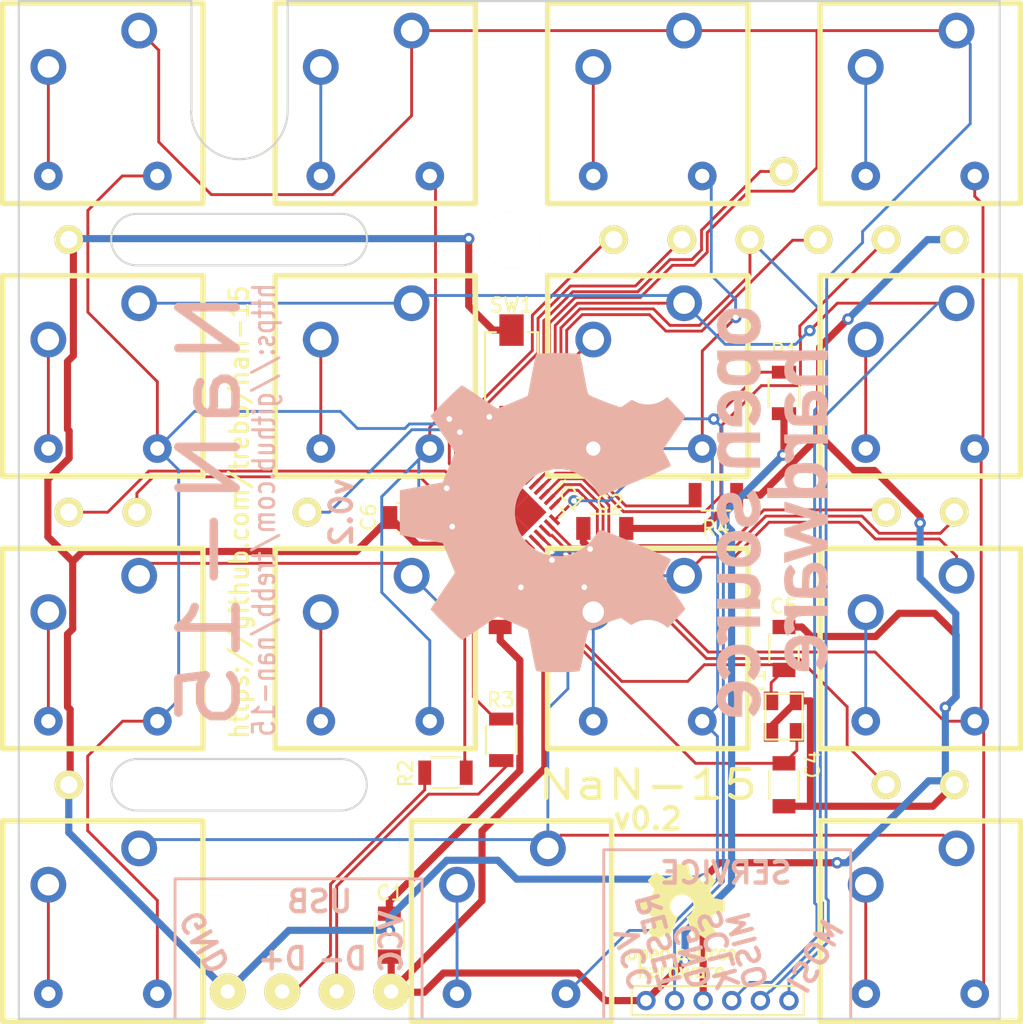
<source format=kicad_pcb>
(kicad_pcb (version 20171130) (host pcbnew "(5.1.12)-1")
  (title_block (title NaN-15) (rev 0.2))
  (layers (0 F.Cu signal) (31 B.Cu signal) (34 B.Paste user hide) (35 F.Paste user hide) (36 B.SilkS user hide) (37 F.SilkS user hide) (38 B.Mask user hide) (39 F.Mask user hide) (44 Edge.Cuts user))
  (net 0 "")
  (net 1 VCC)
  (net 2 GND)
  (net 3 "Net-(C4-Pad1)")
  (net 4 "Net-(C5-Pad1)")
  (net 5 "Net-(C6-Pad2)")
  (net 6 /row2)
  (net 7 /row3)
  (net 8 /col2)
  (net 9 /col3)
  (net 10 /led0)
  (net 11 /led1)
  (net 12 /led2)
  (net 13 /led3)
  (net 14 "Net-(IC1-Pad13)")
  (net 15 /led4)
  (net 16 /led5)
  (net 17 /row1)
  (net 18 /row0)
  (net 19 /led6)
  (net 20 /led7)
  (net 21 /led8)
  (net 22 /led9)
  (net 23 /col0)
  (net 24 /col1)
  (net 25 "Net-(IC1-Pad24)")
  (net 26 /led10)
  (net 27 /led11)
  (net 28 "Net-(P1-Pad3)")
  (net 29 "Net-(P1-Pad2)")
  (net 30 "Net-(U00-Pad1)")
  (net 31 "Net-(U01-Pad1)")
  (net 32 "Net-(U02-Pad1)")
  (net 33 "Net-(U03-Pad1)")
  (net 34 "Net-(U10-Pad1)")
  (net 35 "Net-(U11-Pad1)")
  (net 36 "Net-(U12-Pad1)")
  (net 37 "Net-(U13-Pad1)")
  (net 38 "Net-(U20-Pad1)")
  (net 39 "Net-(U21-Pad1)")
  (net 40 "Net-(U22-Pad1)")
  (net 41 "Net-(U23-Pad1)")
  (net 42 "Net-(U30-Pad1)")
  (net 43 "Net-(U33-Pad1)")
  (net 44 "Net-(U32-Pad1)")
  (net 45 "Net-(Y1-Pad1)")
  (net 46 "Net-(Y1-Pad2)")
  (net 47 /D+)
  (net 48 /D-)
  (module nan-15:MXDIODE (layer F.Cu) (at 121.444 73.8188)
    (fp_text reference U00 hide)
    (fp_text value MX-DI hide)
    (pad 4 thru_hole circle (at 3.81 5.08) (size 2 2) (drill 1) (layers *.Cu *.Mask) (net 23 /col0))
    (pad 3 thru_hole circle (at -3.81 5.08) (size 2 2) (drill 1) (layers *.Cu *.Mask) (net 30 "Net-(U00-Pad1)"))
    (pad "" np_thru_hole circle (at 0 0) (size 4 4) (drill 4) (layers *.Cu *.Mask))
    (pad 2 thru_hole circle (at 2.54 -5.08) (size 2.49936 2.49936) (drill 1.50114) (layers *.Cu *.Mask) (net 18 /row0))
    (pad 1 thru_hole circle (at -3.81 -2.54) (size 2.49936 2.49936) (drill 1.50114) (layers *.Cu *.Mask) (net 30 "Net-(U00-Pad1)"))
  )
  (module nan-15:MXDIODE (layer F.Cu) (at 140.494 73.8188)
    (fp_text reference U01 hide)
    (fp_text value MX-DI hide)
    (pad 4 thru_hole circle (at 3.81 5.08) (size 2 2) (drill 1) (layers *.Cu *.Mask) (net 24 /col1))
    (pad 3 thru_hole circle (at -3.81 5.08) (size 2 2) (drill 1) (layers *.Cu *.Mask) (net 31 "Net-(U01-Pad1)"))
    (pad "" np_thru_hole circle (at 0 0) (size 4 4) (drill 4) (layers *.Cu *.Mask))
    (pad 2 thru_hole circle (at 2.54 -5.08) (size 2.49936 2.49936) (drill 1.50114) (layers *.Cu *.Mask) (net 18 /row0))
    (pad 1 thru_hole circle (at -3.81 -2.54) (size 2.49936 2.49936) (drill 1.50114) (layers *.Cu *.Mask) (net 31 "Net-(U01-Pad1)"))
  )
  (module nan-15:MXDIODE (layer F.Cu) (at 159.544 73.8188)
    (fp_text reference U02 hide)
    (fp_text value MX-DI hide)
    (pad 4 thru_hole circle (at 3.81 5.08) (size 2 2) (drill 1) (layers *.Cu *.Mask) (net 8 /col2))
    (pad 3 thru_hole circle (at -3.81 5.08) (size 2 2) (drill 1) (layers *.Cu *.Mask) (net 32 "Net-(U02-Pad1)"))
    (pad "" np_thru_hole circle (at 0 0) (size 4 4) (drill 4) (layers *.Cu *.Mask))
    (pad 2 thru_hole circle (at 2.54 -5.08) (size 2.49936 2.49936) (drill 1.50114) (layers *.Cu *.Mask) (net 18 /row0))
    (pad 1 thru_hole circle (at -3.81 -2.54) (size 2.49936 2.49936) (drill 1.50114) (layers *.Cu *.Mask) (net 32 "Net-(U02-Pad1)"))
  )
  (module nan-15:MXDIODE (layer F.Cu) (at 178.594 73.8188)
    (fp_text reference U03 hide)
    (fp_text value MX-DI hide)
    (pad 4 thru_hole circle (at 3.81 5.08) (size 2 2) (drill 1) (layers *.Cu *.Mask) (net 9 /col3))
    (pad 3 thru_hole circle (at -3.81 5.08) (size 2 2) (drill 1) (layers *.Cu *.Mask) (net 33 "Net-(U03-Pad1)"))
    (pad "" np_thru_hole circle (at 0 0) (size 4 4) (drill 4) (layers *.Cu *.Mask))
    (pad 2 thru_hole circle (at 2.54 -5.08) (size 2.49936 2.49936) (drill 1.50114) (layers *.Cu *.Mask) (net 18 /row0))
    (pad 1 thru_hole circle (at -3.81 -2.54) (size 2.49936 2.49936) (drill 1.50114) (layers *.Cu *.Mask) (net 33 "Net-(U03-Pad1)"))
  )
  (module nan-15:MXDIODE (layer F.Cu) (at 121.444 92.8688)
    (fp_text reference U10 hide)
    (fp_text value MX-DI hide)
    (pad 4 thru_hole circle (at 3.81 5.08) (size 2 2) (drill 1) (layers *.Cu *.Mask) (net 23 /col0))
    (pad 3 thru_hole circle (at -3.81 5.08) (size 2 2) (drill 1) (layers *.Cu *.Mask) (net 34 "Net-(U10-Pad1)"))
    (pad "" np_thru_hole circle (at 0 0) (size 4 4) (drill 4) (layers *.Cu *.Mask))
    (pad 2 thru_hole circle (at 2.54 -5.08) (size 2.49936 2.49936) (drill 1.50114) (layers *.Cu *.Mask) (net 17 /row1))
    (pad 1 thru_hole circle (at -3.81 -2.54) (size 2.49936 2.49936) (drill 1.50114) (layers *.Cu *.Mask) (net 34 "Net-(U10-Pad1)"))
  )
  (module nan-15:MXDIODE (layer F.Cu) (at 140.494 92.8688)
    (fp_text reference U11 hide)
    (fp_text value MX-DI hide)
    (pad 4 thru_hole circle (at 3.81 5.08) (size 2 2) (drill 1) (layers *.Cu *.Mask) (net 24 /col1))
    (pad 3 thru_hole circle (at -3.81 5.08) (size 2 2) (drill 1) (layers *.Cu *.Mask) (net 35 "Net-(U11-Pad1)"))
    (pad "" np_thru_hole circle (at 0 0) (size 4 4) (drill 4) (layers *.Cu *.Mask))
    (pad 2 thru_hole circle (at 2.54 -5.08) (size 2.49936 2.49936) (drill 1.50114) (layers *.Cu *.Mask) (net 17 /row1))
    (pad 1 thru_hole circle (at -3.81 -2.54) (size 2.49936 2.49936) (drill 1.50114) (layers *.Cu *.Mask) (net 35 "Net-(U11-Pad1)"))
  )
  (module nan-15:MXDIODE (layer F.Cu) (at 159.544 92.8688)
    (fp_text reference U12 hide)
    (fp_text value MX-DI hide)
    (pad 4 thru_hole circle (at 3.81 5.08) (size 2 2) (drill 1) (layers *.Cu *.Mask) (net 8 /col2))
    (pad 3 thru_hole circle (at -3.81 5.08) (size 2 2) (drill 1) (layers *.Cu *.Mask) (net 36 "Net-(U12-Pad1)"))
    (pad "" np_thru_hole circle (at 0 0) (size 4 4) (drill 4) (layers *.Cu *.Mask))
    (pad 2 thru_hole circle (at 2.54 -5.08) (size 2.49936 2.49936) (drill 1.50114) (layers *.Cu *.Mask) (net 17 /row1))
    (pad 1 thru_hole circle (at -3.81 -2.54) (size 2.49936 2.49936) (drill 1.50114) (layers *.Cu *.Mask) (net 36 "Net-(U12-Pad1)"))
  )
  (module nan-15:MXDIODE (layer F.Cu) (at 178.594 92.8688)
    (fp_text reference U13 hide)
    (fp_text value MX-DI hide)
    (pad 4 thru_hole circle (at 3.81 5.08) (size 2 2) (drill 1) (layers *.Cu *.Mask) (net 9 /col3))
    (pad 3 thru_hole circle (at -3.81 5.08) (size 2 2) (drill 1) (layers *.Cu *.Mask) (net 37 "Net-(U13-Pad1)"))
    (pad "" np_thru_hole circle (at 0 0) (size 4 4) (drill 4) (layers *.Cu *.Mask))
    (pad 2 thru_hole circle (at 2.54 -5.08) (size 2.49936 2.49936) (drill 1.50114) (layers *.Cu *.Mask) (net 17 /row1))
    (pad 1 thru_hole circle (at -3.81 -2.54) (size 2.49936 2.49936) (drill 1.50114) (layers *.Cu *.Mask) (net 37 "Net-(U13-Pad1)"))
  )
  (module nan-15:MXDIODE (layer F.Cu) (at 121.444 111.919)
    (fp_text reference U20 hide)
    (fp_text value MX-DI hide)
    (pad 4 thru_hole circle (at 3.81 5.08) (size 2 2) (drill 1) (layers *.Cu *.Mask) (net 23 /col0))
    (pad 3 thru_hole circle (at -3.81 5.08) (size 2 2) (drill 1) (layers *.Cu *.Mask) (net 38 "Net-(U20-Pad1)"))
    (pad "" np_thru_hole circle (at 0 0) (size 4 4) (drill 4) (layers *.Cu *.Mask))
    (pad 2 thru_hole circle (at 2.54 -5.08) (size 2.49936 2.49936) (drill 1.50114) (layers *.Cu *.Mask) (net 6 /row2))
    (pad 1 thru_hole circle (at -3.81 -2.54) (size 2.49936 2.49936) (drill 1.50114) (layers *.Cu *.Mask) (net 38 "Net-(U20-Pad1)"))
  )
  (module nan-15:MXDIODE (layer F.Cu) (at 140.494 111.919)
    (fp_text reference U21 hide)
    (fp_text value MX-DI hide)
    (pad 4 thru_hole circle (at 3.81 5.08) (size 2 2) (drill 1) (layers *.Cu *.Mask) (net 24 /col1))
    (pad 3 thru_hole circle (at -3.81 5.08) (size 2 2) (drill 1) (layers *.Cu *.Mask) (net 39 "Net-(U21-Pad1)"))
    (pad "" np_thru_hole circle (at 0 0) (size 4 4) (drill 4) (layers *.Cu *.Mask))
    (pad 2 thru_hole circle (at 2.54 -5.08) (size 2.49936 2.49936) (drill 1.50114) (layers *.Cu *.Mask) (net 6 /row2))
    (pad 1 thru_hole circle (at -3.81 -2.54) (size 2.49936 2.49936) (drill 1.50114) (layers *.Cu *.Mask) (net 39 "Net-(U21-Pad1)"))
  )
  (module nan-15:MXDIODE (layer F.Cu) (at 159.544 111.919)
    (fp_text reference U22 hide)
    (fp_text value MX-DI hide)
    (pad 4 thru_hole circle (at 3.81 5.08) (size 2 2) (drill 1) (layers *.Cu *.Mask) (net 8 /col2))
    (pad 3 thru_hole circle (at -3.81 5.08) (size 2 2) (drill 1) (layers *.Cu *.Mask) (net 40 "Net-(U22-Pad1)"))
    (pad "" np_thru_hole circle (at 0 0) (size 4 4) (drill 4) (layers *.Cu *.Mask))
    (pad 2 thru_hole circle (at 2.54 -5.08) (size 2.49936 2.49936) (drill 1.50114) (layers *.Cu *.Mask) (net 6 /row2))
    (pad 1 thru_hole circle (at -3.81 -2.54) (size 2.49936 2.49936) (drill 1.50114) (layers *.Cu *.Mask) (net 40 "Net-(U22-Pad1)"))
  )
  (module nan-15:MXDIODE (layer F.Cu) (at 178.594 111.919)
    (fp_text reference U23 hide)
    (fp_text value MX-DI hide)
    (pad 4 thru_hole circle (at 3.81 5.08) (size 2 2) (drill 1) (layers *.Cu *.Mask) (net 9 /col3))
    (pad 3 thru_hole circle (at -3.81 5.08) (size 2 2) (drill 1) (layers *.Cu *.Mask) (net 41 "Net-(U23-Pad1)"))
    (pad "" np_thru_hole circle (at 0 0) (size 4 4) (drill 4) (layers *.Cu *.Mask))
    (pad 2 thru_hole circle (at 2.54 -5.08) (size 2.49936 2.49936) (drill 1.50114) (layers *.Cu *.Mask) (net 6 /row2))
    (pad 1 thru_hole circle (at -3.81 -2.54) (size 2.49936 2.49936) (drill 1.50114) (layers *.Cu *.Mask) (net 41 "Net-(U23-Pad1)"))
  )
  (module nan-15:MXDIODE (layer F.Cu) (at 121.444 130.969)
    (fp_text reference U30 hide)
    (fp_text value MX-DI hide)
    (pad 4 thru_hole circle (at 3.81 5.08) (size 2 2) (drill 1) (layers *.Cu *.Mask) (net 23 /col0))
    (pad 3 thru_hole circle (at -3.81 5.08) (size 2 2) (drill 1) (layers *.Cu *.Mask) (net 42 "Net-(U30-Pad1)"))
    (pad "" np_thru_hole circle (at 0 0) (size 4 4) (drill 4) (layers *.Cu *.Mask))
    (pad 2 thru_hole circle (at 2.54 -5.08) (size 2.49936 2.49936) (drill 1.50114) (layers *.Cu *.Mask) (net 7 /row3))
    (pad 1 thru_hole circle (at -3.81 -2.54) (size 2.49936 2.49936) (drill 1.50114) (layers *.Cu *.Mask) (net 42 "Net-(U30-Pad1)"))
  )
  (module nan-15:MXDIODE (layer F.Cu) (at 178.594 130.969)
    (fp_text reference U33 hide)
    (fp_text value MX-DI hide)
    (pad 4 thru_hole circle (at 3.81 5.08) (size 2 2) (drill 1) (layers *.Cu *.Mask) (net 9 /col3))
    (pad 3 thru_hole circle (at -3.81 5.08) (size 2 2) (drill 1) (layers *.Cu *.Mask) (net 43 "Net-(U33-Pad1)"))
    (pad "" np_thru_hole circle (at 0 0) (size 4 4) (drill 4) (layers *.Cu *.Mask))
    (pad 2 thru_hole circle (at 2.54 -5.08) (size 2.49936 2.49936) (drill 1.50114) (layers *.Cu *.Mask) (net 7 /row3))
    (pad 1 thru_hole circle (at -3.81 -2.54) (size 2.49936 2.49936) (drill 1.50114) (layers *.Cu *.Mask) (net 43 "Net-(U33-Pad1)"))
  )
  (module nan-15:MXDIODE (layer F.Cu) (at 150.019 130.969)
    (fp_text reference U32 hide)
    (fp_text value MX-DI hide)
    (pad 4 thru_hole circle (at 3.81 5.08) (size 2 2) (drill 1) (layers *.Cu *.Mask) (net 8 /col2))
    (pad 3 thru_hole circle (at -3.81 5.08) (size 2 2) (drill 1) (layers *.Cu *.Mask) (net 44 "Net-(U32-Pad1)"))
    (pad "" np_thru_hole circle (at 0 0) (size 4 4) (drill 4) (layers *.Cu *.Mask))
    (pad 2 thru_hole circle (at 2.54 -5.08) (size 2.49936 2.49936) (drill 1.50114) (layers *.Cu *.Mask) (net 7 /row3))
    (pad 1 thru_hole circle (at -3.81 -2.54) (size 2.49936 2.49936) (drill 1.50114) (layers *.Cu *.Mask) (net 44 "Net-(U32-Pad1)"))
  )
  (module Wire_Pads:SolderWirePad_4xInline_1mmDrill (layer F.Cu) (at 135.89 135.89 180)
    (fp_text reference P1 hide)
    (fp_text value USB)
    (pad 1 thru_hole circle (at -5.715 0 180) (size 2.49936 2.49936) (drill 1.00076) (layers *.Cu *.Mask F.SilkS) (net 1 VCC))
    (pad 2 thru_hole circle (at -1.905 0 180) (size 2.49936 2.49936) (drill 1.00076) (layers *.Cu *.Mask F.SilkS) (net 29 "Net-(P1-Pad2)"))
    (pad 3 thru_hole circle (at 1.905 0 180) (size 2.49936 2.49936) (drill 1.00076) (layers *.Cu *.Mask F.SilkS) (net 28 "Net-(P1-Pad3)"))
    (pad 5 thru_hole circle (at 5.715 0 180) (size 2.49936 2.49936) (drill 1.00076) (layers *.Cu *.Mask F.SilkS) (net 2 GND))
  )
  (module nan-15:Program_1x06 (layer F.Cu) (at 164.465 136.525 270)
    (fp_text reference P2 hide)
    (fp_text value PRGM)
    (pad 1 thru_hole circle (at 0 -4.953 270) (size 1.35 1.35) (drill 0.8) (layers *.Cu *.Mask) (net 17 /row1))
    (pad 2 thru_hole circle (at 0 -2.953 270) (size 1.35 1.35) (drill 0.8) (layers *.Cu *.Mask) (net 18 /row0))
    (pad 3 thru_hole circle (at 0 -0.953 270) (size 1.35 1.35) (drill 0.8) (layers *.Cu *.Mask) (net 16 /led5))
    (pad 4 thru_hole circle (at 0 1.047 270) (size 1.35 1.35) (drill 0.8) (layers *.Cu *.Mask) (net 2 GND))
    (pad 5 thru_hole circle (at 0 3.047 270) (size 1.35 1.35) (drill 0.8) (layers *.Cu *.Mask) (net 25 "Net-(IC1-Pad24)"))
    (pad 6 thru_hole circle (at 0 5.047 270) (size 1.35 1.35) (drill 0.8) (layers *.Cu *.Mask) (net 1 VCC))
  )
  (module nan-15:Plain_Hole_4mm (layer F.Cu) (at 169.069 130.969)
    (fp_text reference HS1 hide)
    (fp_text value HEATSINK hide)
    (pad 1 np_thru_hole circle (at 0 0) (size 4 4) (drill 4) (layers *.Cu *.Mask F.SilkS))
  )
  (module nan-15:Plain_Hole_4mm (layer F.Cu) (at 132.159 130.969)
    (fp_text reference HS2 hide)
    (fp_text value HEATSINK hide)
    (pad 1 np_thru_hole circle (at -1.190625 0) (size 4 4) (drill 4) (layers *.Cu *.Mask F.SilkS))
  )
  (module nan-15:Plain_Hole_4mm (layer F.Cu) (at 150.019 83.3438)
    (fp_text reference HS3 hide)
    (fp_text value HEATSINK hide)
    (pad 1 np_thru_hole circle (at 0 0) (size 4 4) (drill 4) (layers *.Cu *.Mask F.SilkS))
  )
  (module Symbols:OSHW-Logo_7.5x8mm_SilkScreen (layer F.Cu) (at 161.925 130.96875)
    (fp_text reference REF*** hide)
    (fp_text value OSHW-Logo_7.5x8mm_SilkScreen hide)
  )
  (module Symbols:OSHW-Logo_28.5x30mm_SilkScreen (layer B.Cu) (at 157.1625 102.39375 270)
    (fp_text reference OSHW hide)
    (fp_text value OSHW-Logo_28.5x30mm_SilkScreen hide)
  )
  (module nan-15:QFN-32-1EP_5x5mm_Pitch0.5mm (layer F.Cu) (at 150.019 102.394 135)
    (fp_text reference IC1 (at -2.056479 3.681905 135) (layer F.SilkS))
    (fp_text value ATMEGA32U2)
    (pad 1 smd rect (at -2.5 -1.75 135) (size 0.9 0.25) (layers F.Cu F.Paste F.Mask) (net 3 "Net-(C4-Pad1)"))
    (pad 2 smd rect (at -2.5 -1.25 135) (size 0.9 0.25) (layers F.Cu F.Paste F.Mask) (net 4 "Net-(C5-Pad1)"))
    (pad 3 smd rect (at -2.5 -0.75 135) (size 0.9 0.25) (layers F.Cu F.Paste F.Mask))
    (pad 4 smd rect (at -2.5 -0.25 135) (size 0.9 0.25) (layers F.Cu F.Paste F.Mask) (net 1 VCC))
    (pad 5 smd rect (at -2.5 0.25 135) (size 0.9 0.25) (layers F.Cu F.Paste F.Mask) (net 7 /row3))
    (pad 6 smd rect (at -2.5 0.75 135) (size 0.9 0.25) (layers F.Cu F.Paste F.Mask) (net 10 /led0))
    (pad 7 smd rect (at -2.5 1.25 135) (size 0.9 0.25) (layers F.Cu F.Paste F.Mask) (net 9 /col3))
    (pad 8 smd rect (at -2.5 1.75 135) (size 0.9 0.25) (layers F.Cu F.Paste F.Mask) (net 8 /col2))
    (pad 9 smd rect (at -1.75 2.5 225) (size 0.9 0.25) (layers F.Cu F.Paste F.Mask) (net 6 /row2))
    (pad 10 smd rect (at -1.25 2.5 225) (size 0.9 0.25) (layers F.Cu F.Paste F.Mask) (net 11 /led1))
    (pad 11 smd rect (at -0.75 2.5 225) (size 0.9 0.25) (layers F.Cu F.Paste F.Mask) (net 12 /led2))
    (pad 12 smd rect (at -0.25 2.5 225) (size 0.9 0.25) (layers F.Cu F.Paste F.Mask) (net 13 /led3))
    (pad 13 smd rect (at 0.25 2.5 225) (size 0.9 0.25) (layers F.Cu F.Paste F.Mask) (net 14 "Net-(IC1-Pad13)"))
    (pad 14 smd rect (at 0.75 2.5 225) (size 0.9 0.25) (layers F.Cu F.Paste F.Mask) (net 15 /led4))
    (pad 15 smd rect (at 1.25 2.5 225) (size 0.9 0.25) (layers F.Cu F.Paste F.Mask) (net 16 /led5))
    (pad 16 smd rect (at 1.75 2.5 225) (size 0.9 0.25) (layers F.Cu F.Paste F.Mask) (net 17 /row1))
    (pad 17 smd rect (at 2.5 1.75 135) (size 0.9 0.25) (layers F.Cu F.Paste F.Mask) (net 18 /row0))
    (pad 18 smd rect (at 2.5 1.25 135) (size 0.9 0.25) (layers F.Cu F.Paste F.Mask) (net 19 /led6))
    (pad 19 smd rect (at 2.5 0.75 135) (size 0.9 0.25) (layers F.Cu F.Paste F.Mask) (net 20 /led7))
    (pad 20 smd rect (at 2.5 0.25 135) (size 0.9 0.25) (layers F.Cu F.Paste F.Mask) (net 21 /led8))
    (pad 21 smd rect (at 2.5 -0.25 135) (size 0.9 0.25) (layers F.Cu F.Paste F.Mask) (net 22 /led9))
    (pad 22 smd rect (at 2.5 -0.75 135) (size 0.9 0.25) (layers F.Cu F.Paste F.Mask) (net 23 /col0))
    (pad 23 smd rect (at 2.5 -1.25 135) (size 0.9 0.25) (layers F.Cu F.Paste F.Mask) (net 27 /led11))
    (pad 24 smd rect (at 2.5 -1.75 135) (size 0.9 0.25) (layers F.Cu F.Paste F.Mask) (net 25 "Net-(IC1-Pad24)"))
    (pad 25 smd rect (at 1.75 -2.5 225) (size 0.9 0.25) (layers F.Cu F.Paste F.Mask) (net 26 /led10))
    (pad 26 smd rect (at 1.25 -2.5 225) (size 0.9 0.25) (layers F.Cu F.Paste F.Mask) (net 24 /col1))
    (pad 27 smd rect (at 0.75 -2.5 225) (size 0.9 0.25) (layers F.Cu F.Paste F.Mask) (net 5 "Net-(C6-Pad2)"))
    (pad 28 smd rect (at 0.25 -2.5 225) (size 0.9 0.25) (layers F.Cu F.Paste F.Mask) (net 2 GND))
    (pad 29 smd rect (at -0.25 -2.5 225) (size 0.9 0.25) (layers F.Cu F.Paste F.Mask) (net 47 /D+))
    (pad 30 smd rect (at -0.75 -2.5 225) (size 0.9 0.25) (layers F.Cu F.Paste F.Mask) (net 48 /D-))
    (pad 31 smd rect (at -1.25 -2.5 225) (size 0.9 0.25) (layers F.Cu F.Paste F.Mask) (net 1 VCC))
    (pad 32 smd rect (at -1.75 -2.5 225) (size 0.9 0.25) (layers F.Cu F.Paste F.Mask) (net 1 VCC))
    (pad 33 smd rect (at 0.8625 0.8625 135) (size 1.725 1.725) (layers F.Cu F.Paste F.Mask) (net 2 GND))
    (pad 33 smd rect (at 0.8625 -0.8625 135) (size 1.725 1.725) (layers F.Cu F.Paste F.Mask) (net 2 GND))
    (pad 33 smd rect (at -0.8625 0.8625 135) (size 1.725 1.725) (layers F.Cu F.Paste F.Mask) (net 2 GND))
    (pad 33 smd rect (at -0.8625 -0.8625 135) (size 1.725 1.725) (layers F.Cu F.Paste F.Mask) (net 2 GND))
  )
  (module nan-15:crystal_MT_32x25 (layer F.Cu) (at 169.069 116.681 90)
    (fp_text reference Y1 (at 2.43205 -1.80975 90) (layer F.SilkS))
    (fp_text value "MT 16MHz")
    (pad 1 smd rect (at -1.1 0.9 90) (size 1.3 1) (layers F.Cu F.Paste F.Mask) (net 45 "Net-(Y1-Pad1)"))
    (pad 3 smd rect (at 1.1 0.9 90) (size 1.3 1) (layers F.Cu F.Paste F.Mask) (net 2 GND))
    (pad 3 smd rect (at -1.1 -0.9 90) (size 1.3 1) (layers F.Cu F.Paste F.Mask) (net 2 GND))
    (pad 2 smd rect (at 1.1 -0.9 90) (size 1.3 1) (layers F.Cu F.Paste F.Mask) (net 46 "Net-(Y1-Pad2)"))
  )
  (module Resistors_SMD:R_1206 (layer F.Cu) (at 164.306 101.203 180)
    (fp_text reference R4 (at 0 -2.3 180) (layer F.SilkS))
    (fp_text value 10k)
    (pad 1 smd rect (at -1.45 0 180) (size 0.9 1.7) (layers F.Cu F.Paste F.Mask) (net 2 GND))
    (pad 2 smd rect (at 1.45 0 180) (size 0.9 1.7) (layers F.Cu F.Paste F.Mask) (net 14 "Net-(IC1-Pad13)"))
  )
  (module Resistors_SMD:R_1206 (layer F.Cu) (at 149.3 118.3 270)
    (fp_text reference R3 (at -2.7808 0.0242) (layer F.SilkS))
    (fp_text value 22)
    (pad 1 smd rect (at -1.45 0 270) (size 0.9 1.7) (layers F.Cu F.Paste F.Mask) (net 48 /D-))
    (pad 2 smd rect (at 1.45 0 270) (size 0.9 1.7) (layers F.Cu F.Paste F.Mask) (net 29 "Net-(P1-Pad2)"))
  )
  (module Resistors_SMD:R_1206 (layer F.Cu) (at 145.4 120.6 180)
    (fp_text reference R2 (at 2.779 -0.05 90) (layer F.SilkS))
    (fp_text value 22)
    (pad 1 smd rect (at -1.45 0 180) (size 0.9 1.7) (layers F.Cu F.Paste F.Mask) (net 47 /D+))
    (pad 2 smd rect (at 1.45 0 180) (size 0.9 1.7) (layers F.Cu F.Paste F.Mask) (net 28 "Net-(P1-Pad3)"))
  )
  (module Resistors_SMD:R_1206 (layer F.Cu) (at 169.069 94.0594 90)
    (fp_text reference R1 (at 2.924175 0.04445 180) (layer F.SilkS))
    (fp_text value 10k)
    (pad 1 smd rect (at -1.45 0 90) (size 0.9 1.7) (layers F.Cu F.Paste F.Mask) (net 1 VCC))
    (pad 2 smd rect (at 1.45 0 90) (size 0.9 1.7) (layers F.Cu F.Paste F.Mask) (net 25 "Net-(IC1-Pad24)"))
  )
  (module Capacitors_SMD:C_1206 (layer F.Cu) (at 143.027 102.768)
    (fp_text reference C6 (at -2.9972 -0.0254 90) (layer F.SilkS))
    (fp_text value 1u)
    (pad 1 smd rect (at -1.5 0) (size 1 1.6) (layers F.Cu F.Paste F.Mask) (net 2 GND))
    (pad 2 smd rect (at 1.5 0) (size 1 1.6) (layers F.Cu F.Paste F.Mask) (net 5 "Net-(C6-Pad2)"))
  )
  (module Capacitors_SMD:C_1206 (layer F.Cu) (at 169.069 111.919 90)
    (fp_text reference C5 (at 2.95275 -0.00635 180) (layer F.SilkS))
    (fp_text value 18p)
    (pad 1 smd rect (at -1.5 0 90) (size 1 1.6) (layers F.Cu F.Paste F.Mask) (net 4 "Net-(C5-Pad1)"))
    (pad 2 smd rect (at 1.5 0 90) (size 1 1.6) (layers F.Cu F.Paste F.Mask) (net 2 GND))
  )
  (module Capacitors_SMD:C_1206 (layer F.Cu) (at 169.069 121.444 270)
    (fp_text reference C4 (at -1.40335 -2.00025 270) (layer F.SilkS))
    (fp_text value 18p)
    (pad 1 smd rect (at -1.5 0 270) (size 1 1.6) (layers F.Cu F.Paste F.Mask) (net 3 "Net-(C4-Pad1)"))
    (pad 2 smd rect (at 1.5 0 270) (size 1 1.6) (layers F.Cu F.Paste F.Mask) (net 2 GND))
  )
  (module Capacitors_SMD:C_1206 (layer F.Cu) (at 149.225 108.915 270)
    (fp_text reference C3 (at 0 -1.8542 270) (layer F.SilkS))
    (fp_text value 100n)
    (pad 1 smd rect (at -1.5 0 270) (size 1 1.6) (layers F.Cu F.Paste F.Mask) (net 1 VCC))
    (pad 2 smd rect (at 1.5 0 270) (size 1 1.6) (layers F.Cu F.Paste F.Mask) (net 2 GND))
  )
  (module Capacitors_SMD:C_1206 (layer F.Cu) (at 156.54 103.53)
    (fp_text reference C2 (at 0.3556 -1.8034) (layer F.SilkS))
    (fp_text value 100n)
    (pad 1 smd rect (at -1.5 0) (size 1 1.6) (layers F.Cu F.Paste F.Mask) (net 1 VCC))
    (pad 2 smd rect (at 1.5 0) (size 1 1.6) (layers F.Cu F.Paste F.Mask) (net 2 GND))
  )
  (module Capacitors_SMD:C_1206 (layer F.Cu) (at 141.478 131.953 90)
    (fp_text reference C1 (at 2.9464 0.0508 180) (layer F.SilkS))
    (fp_text value 1u)
    (pad 1 smd rect (at -1.5 0 90) (size 1 1.6) (layers F.Cu F.Paste F.Mask) (net 1 VCC))
    (pad 2 smd rect (at 1.5 0 90) (size 1 1.6) (layers F.Cu F.Paste F.Mask) (net 2 GND))
  )
  (module nan-15:SolderWirePad_2mm_1-2mmDrill_no_legend (layer F.Cu) (at 180.975 121.444)
    (fp_text reference W53 hide)
    (fp_text value TEST_1P hide)
    (pad 1 thru_hole circle (at 0 0) (size 2 2) (drill 1.19888) (layers *.Cu *.Mask F.SilkS) (net 2 GND))
  )
  (module nan-15:SolderWirePad_2mm_1-2mmDrill_no_legend (layer F.Cu) (at 119.062 121.444)
    (fp_text reference W52 hide)
    (fp_text value TEST_1P hide)
    (pad 1 thru_hole circle (at 0 0) (size 2 2) (drill 1.19888) (layers *.Cu *.Mask F.SilkS) (net 2 GND))
  )
  (module nan-15:SolderWirePad_2mm_1-2mmDrill_no_legend (layer F.Cu) (at 180.975 83.3438)
    (fp_text reference W51 hide)
    (fp_text value TEST_1P hide)
    (pad 1 thru_hole circle (at 0 0) (size 2 2) (drill 1.19888) (layers *.Cu *.Mask F.SilkS) (net 2 GND))
  )
  (module nan-15:SolderWirePad_2mm_1-2mmDrill_no_legend (layer F.Cu) (at 119.062 83.3438)
    (fp_text reference W50 hide)
    (fp_text value TEST_1P hide)
    (pad 1 thru_hole circle (at 0 0) (size 2 2) (drill 1.19888) (layers *.Cu *.Mask F.SilkS) (net 2 GND))
  )
  (module nan-15:SolderWirePad_2mm_1-2mmDrill_no_legend (layer F.Cu) (at 119.062 102.394)
    (fp_text reference W11 hide)
    (fp_text value TEST_1P hide)
    (pad 1 thru_hole circle (at 0 0) (size 2 2) (drill 1.19888) (layers *.Cu *.Mask F.SilkS) (net 27 /led11))
  )
  (module nan-15:SolderWirePad_2mm_1-2mmDrill_no_legend (layer F.Cu) (at 123.825 102.394)
    (fp_text reference W10 hide)
    (fp_text value TEST_1P hide)
    (pad 1 thru_hole circle (at 0 0) (size 2 2) (drill 1.19888) (layers *.Cu *.Mask F.SilkS) (net 26 /led10))
  )
  (module nan-15:SolderWirePad_2mm_1-2mmDrill_no_legend (layer F.Cu) (at 135.731 102.394)
    (fp_text reference W9 hide)
    (fp_text value TEST_1P hide)
    (pad 1 thru_hole circle (at 0 0) (size 2 2) (drill 1.19888) (layers *.Cu *.Mask F.SilkS) (net 22 /led9))
  )
  (module nan-15:SolderWirePad_2mm_1-2mmDrill_no_legend (layer F.Cu) (at 157.162 83.3438)
    (fp_text reference W8 hide)
    (fp_text value TEST_1P hide)
    (pad 1 thru_hole circle (at 0 0) (size 2 2) (drill 1.19888) (layers *.Cu *.Mask F.SilkS) (net 21 /led8))
  )
  (module nan-15:SolderWirePad_2mm_1-2mmDrill_no_legend (layer F.Cu) (at 161.925 83.3438)
    (fp_text reference W7 hide)
    (fp_text value TEST_1P hide)
    (pad 1 thru_hole circle (at 0 0) (size 2 2) (drill 1.19888) (layers *.Cu *.Mask F.SilkS) (net 20 /led7))
  )
  (module nan-15:SolderWirePad_2mm_1-2mmDrill_no_legend (layer F.Cu) (at 169.069 78.5812)
    (fp_text reference W6 hide)
    (fp_text value TEST_1P hide)
    (pad 1 thru_hole circle (at 0 0) (size 2 2) (drill 1.19888) (layers *.Cu *.Mask F.SilkS) (net 19 /led6))
  )
  (module nan-15:SolderWirePad_2mm_1-2mmDrill_no_legend (layer F.Cu) (at 166.688 83.3438)
    (fp_text reference W5 hide)
    (fp_text value TEST_1P hide)
    (pad 1 thru_hole circle (at 0 0) (size 2 2) (drill 1.19888) (layers *.Cu *.Mask F.SilkS) (net 16 /led5))
  )
  (module nan-15:SolderWirePad_2mm_1-2mmDrill_no_legend (layer F.Cu) (at 171.45 83.3438)
    (fp_text reference W4 hide)
    (fp_text value TEST_1P hide)
    (pad 1 thru_hole circle (at 0 0) (size 2 2) (drill 1.19888) (layers *.Cu *.Mask F.SilkS) (net 15 /led4))
  )
  (module nan-15:SolderWirePad_2mm_1-2mmDrill_no_legend (layer F.Cu) (at 176.212 83.3438)
    (fp_text reference W3 hide)
    (fp_text value TEST_1P hide)
    (pad 1 thru_hole circle (at 0 0) (size 2 2) (drill 1.19888) (layers *.Cu *.Mask F.SilkS) (net 13 /led3))
  )
  (module nan-15:SolderWirePad_2mm_1-2mmDrill_no_legend (layer F.Cu) (at 176.212 102.394)
    (fp_text reference W2 hide)
    (fp_text value TEST_1P hide)
    (pad 1 thru_hole circle (at 0 0) (size 2 2) (drill 1.19888) (layers *.Cu *.Mask F.SilkS) (net 12 /led2))
  )
  (module nan-15:SolderWirePad_2mm_1-2mmDrill_no_legend (layer F.Cu) (at 180.975 102.394)
    (fp_text reference W1 hide)
    (fp_text value TEST_1P hide)
    (pad 1 thru_hole circle (at 0 0) (size 2 2) (drill 1.19888) (layers *.Cu *.Mask F.SilkS) (net 11 /led1))
  )
  (module nan-15:SolderWirePad_2mm_1-2mmDrill_no_legend (layer F.Cu) (at 176.212 121.444)
    (fp_text reference W0 hide)
    (fp_text value TEST_1P hide)
    (pad 1 thru_hole circle (at 0 0) (size 2 2) (drill 1.19888) (layers *.Cu *.Mask F.SilkS) (net 10 /led0))
  )
  (module nan-15:button_3x6_smd (layer F.Cu) (at 150.019 92.8688 270)
    (fp_text reference SW1 (at -4.95 0) (layer F.SilkS))
    (fp_text value SW_PUSH)
    (pad 1 smd rect (at -3.2 0 270) (size 2.2 1.7) (layers F.Cu F.Paste F.Mask) (net 2 GND))
    (pad 2 smd rect (at 3.2 0 270) (size 2.2 1.7) (layers F.Cu F.Paste F.Mask) (net 25 "Net-(IC1-Pad24)"))
  )
  (gr_arc (start 123.825 121.44375) (end 123.825 123.24375) (angle 180) (layer Edge.Cuts) (width 0.15))
  (gr_arc (start 138.1125 121.44375) (end 138.1125 119.64375) (angle 180) (layer Edge.Cuts) (width 0.15))
  (gr_arc (start 123.825 83.34375) (end 123.825 85.14375) (angle 180) (layer Edge.Cuts) (width 0.15))
  (gr_arc (start 138.1125 83.34375) (end 138.1125 81.54375) (angle 180) (layer Edge.Cuts) (width 0.15))
  (gr_arc (start 130.9878 74.3496) (end 127.6128 74.3496) (angle -180) (layer Edge.Cuts) (width 0.15))
  (gr_line (start 123.825 119.64375) (end 138.1125 119.64375) (angle 90) (layer Edge.Cuts) (width 0.15))
  (gr_line (start 123.825 123.24375) (end 138.1125 123.24375) (angle 90) (layer Edge.Cuts) (width 0.15))
  (gr_line (start 123.825 85.14375) (end 138.1125 85.14375) (angle 90) (layer Edge.Cuts) (width 0.15))
  (gr_line (start 123.825 81.54375) (end 138.1125 81.54375) (angle 90) (layer Edge.Cuts) (width 0.15))
  (gr_line (start 173.736 125.984) (end 173.736 137.668) (angle 90) (layer B.SilkS) (width 0.2))
  (gr_line (start 156.464 125.984) (end 173.736 125.984) (angle 90) (layer B.SilkS) (width 0.2))
  (gr_line (start 156.464 137.668) (end 156.464 125.984) (angle 90) (layer B.SilkS) (width 0.2))
  (gr_line (start 126.492 128.016) (end 126.492 137.668) (angle 90) (layer B.SilkS) (width 0.2))
  (gr_line (start 143.764 128.016) (end 126.492 128.016) (angle 90) (layer B.SilkS) (width 0.2))
  (gr_line (start 143.764 137.668) (end 143.764 128.016) (angle 90) (layer B.SilkS) (width 0.2))
  (gr_line (start 134.366 74.3458) (end 134.366 66.675) (angle 90) (layer Edge.Cuts) (width 0.15))
  (gr_line (start 127.635 74.3712) (end 127.635 66.675) (angle 90) (layer Edge.Cuts) (width 0.15))
  (gr_line (start 184.15 137.795) (end 184.15 66.675) (angle 90) (layer Edge.Cuts) (width 0.15))
  (gr_line (start 115.57 66.675) (end 115.57 137.795) (angle 90) (layer Edge.Cuts) (width 0.15))
  (gr_line (start 184.15 66.675) (end 134.3152 66.675) (angle 90) (layer Edge.Cuts) (width 0.15))
  (gr_line (start 115.57 137.795) (end 184.15 137.795) (angle 90) (layer Edge.Cuts) (width 0.15))
  (gr_line (start 127.635 66.675) (end 115.57 66.675) (angle 90) (layer Edge.Cuts) (width 0.15))
  (gr_text v0.2 (at 138.1125 102.39375 90) (layer B.SilkS) (effects (font (size 1.5 1.5) (thickness 0.3)) (justify mirror)))
  (gr_text "v0.2\n" (at 159.54375 123.825) (layer F.SilkS) (effects (font (size 1.5 1.5) (thickness 0.3))))
  (gr_text USB (at 136.6 129.6) (layer B.SilkS) (effects (font (size 1.5 1.5) (thickness 0.3)) (justify mirror)))
  (gr_text SERVICE (at 165 127.6) (layer B.SilkS) (effects (font (size 1.5 1.5) (thickness 0.3)) (justify mirror)))
  (gr_text NaN-15 (at 128.905 102.235 90) (layer B.SilkS) (effects (font (size 4 5) (thickness 0.6)) (justify mirror)))
  (gr_text https://github.com/trebb/nan-15 (at 132.715 102.235 90) (layer B.SilkS) (effects (font (size 1.5 1.2) (thickness 0.2)) (justify mirror)))
  (gr_text NaN-15 (at 159.54375 121.44375) (layer F.SilkS) (effects (font (size 2 2.5) (thickness 0.3))))
  (gr_text https://github.com/trebb/nan-15 (at 130.96875 102.39375 90) (layer F.SilkS) (effects (font (size 1.3 1.2) (thickness 0.2))))
  (gr_text VCC (at 141.6 132.4 90) (layer B.SilkS) (effects (font (size 1.5 1.5) (thickness 0.3)) (justify mirror)))
  (gr_text D- (at 138.2 133.6) (layer B.SilkS) (effects (font (size 1.5 1.5) (thickness 0.3)) (justify mirror)))
  (gr_text D+ (at 134 133.6) (layer B.SilkS) (effects (font (size 1.5 1.5) (thickness 0.3)) (justify mirror)))
  (gr_text GND (at 128.6 132.4 120) (layer B.SilkS) (effects (font (size 1.5 1.5) (thickness 0.3)) (justify mirror)))
  (gr_text MISO (at 166.5224 132.9944 105) (layer B.SilkS) (effects (font (size 1.5 1.5) (thickness 0.3)) (justify mirror)))
  (gr_text MOSI (at 171.2976 133.4516 60) (layer B.SilkS) (effects (font (size 1.5 1.5) (thickness 0.3)) (justify mirror)))
  (gr_text SCLK (at 164.5412 132.9944 105) (layer B.SilkS) (effects (font (size 1.5 1.5) (thickness 0.3)) (justify mirror)))
  (gr_text GND (at 162.7124 133.4008 105) (layer B.SilkS) (effects (font (size 1.5 1.5) (thickness 0.3)) (justify mirror)))
  (gr_text RESET (at 160.3756 132.334 105) (layer B.SilkS) (effects (font (size 1.5 1.5) (thickness 0.3)) (justify mirror)))
  (gr_text VCC (at 158.5976 133.604 105) (layer B.SilkS) (effects (font (size 1.5 1.5) (thickness 0.3)) (justify mirror)))
  (segment (start 149.1883 105.0988) (end 149.4134 105.3239) (width 0.5) (layer F.Cu) (net 1))
  (segment (start 149.4134 105.3239) (end 149.4134 105.4736) (width 0.5) (layer F.Cu) (net 1))
  (segment (start 149.1883 105.0988) (end 149.1352 105.0457) (width 0.2498) (layer F.Cu) (net 1))
  (segment (start 149.1352 105.0457) (end 149.1351 105.0457) (width 0.2498) (layer F.Cu) (net 1))
  (segment (start 149.4134 105.4736) (end 149.488 105.399) (width 0.2) (layer F.Cu) (net 1))
  (segment (start 148.842 106.045) (end 149.4134 105.4736) (width 0.2) (layer F.Cu) (net 1))
  (segment (start 149.4887 105.3992) (end 149.4143 105.4736) (width 0.5) (layer F.Cu) (net 1))
  (segment (start 149.4143 105.4736) (end 149.4134 105.4736) (width 0.5) (layer F.Cu) (net 1))
  (segment (start 151.61 104.339) (end 151.61 104.3385) (width 0.2498) (layer F.Cu) (net 1))
  (segment (start 152.846 105.739) (end 152.502 105.395) (width 0.2) (layer F.Cu) (net 1))
  (segment (start 152.502 105.395) (end 152.502 105.245) (width 0.2) (layer F.Cu) (net 1))
  (segment (start 152.502 105.245) (end 152.046 104.79) (width 0.2) (layer F.Cu) (net 1))
  (segment (start 152.046 104.79) (end 152.046 104.775) (width 0.2) (layer F.Cu) (net 1))
  (segment (start 152.046 104.775) (end 151.61 104.339) (width 0.2) (layer F.Cu) (net 1))
  (segment (start 151.61 104.339) (end 151.539 104.268) (width 0.2) (layer F.Cu) (net 1))
  (segment (start 148.842 106.045) (end 148.855 106.045) (width 0.5) (layer F.Cu) (net 1))
  (segment (start 148.855 106.045) (end 149.225 106.415) (width 0.5) (layer F.Cu) (net 1))
  (segment (start 149.225 106.415) (end 149.225 107.415) (width 0.5) (layer F.Cu) (net 1))
  (segment (start 148.491 106.045) (end 148.842 106.045) (width 0.5) (layer F.Cu) (net 1))
  (segment (start 159.418 136.525) (end 162.154 133.789) (width 0.5) (layer F.Cu) (net 1))
  (segment (start 162.154 133.789) (end 162.154 133.731) (width 0.5) (layer F.Cu) (net 1))
  (segment (start 141.605 135.89) (end 141.656 135.941) (width 0.5) (layer F.Cu) (net 1))
  (segment (start 141.656 135.941) (end 143.916 135.941) (width 0.5) (layer F.Cu) (net 1))
  (segment (start 143.916 135.941) (end 145.258 134.599) (width 0.5) (layer F.Cu) (net 1))
  (segment (start 145.258 134.599) (end 154.639 134.599) (width 0.5) (layer F.Cu) (net 1))
  (segment (start 154.639 134.599) (end 156.566 136.525) (width 0.5) (layer F.Cu) (net 1))
  (segment (start 156.566 136.525) (end 159.418 136.525) (width 0.5) (layer F.Cu) (net 1))
  (segment (start 149.135 105.045) (end 148.491 105.689) (width 0.2) (layer F.Cu) (net 1))
  (segment (start 148.491 105.689) (end 148.491 106.045) (width 0.2) (layer F.Cu) (net 1))
  (segment (start 148.491 106.045) (end 148.842 106.045) (width 0.2) (layer F.Cu) (net 1))
  (segment (start 141.605 135.89) (end 141.605 133.58) (width 0.5) (layer F.Cu) (net 1))
  (segment (start 141.605 133.58) (end 141.478 133.453) (width 0.5) (layer F.Cu) (net 1))
  (segment (start 155.48 104.909) (end 155.513 104.941) (width 0.5) (layer F.Cu) (net 1))
  (segment (start 155.513 104.941) (end 155.513 104.964) (width 0.5) (layer F.Cu) (net 1))
  (segment (start 152.846 105.739) (end 153.621 104.964) (width 0.5) (layer B.Cu) (net 1))
  (segment (start 153.621 104.964) (end 155.513 104.964) (width 0.5) (layer B.Cu) (net 1))
  (segment (start 162.154 133.731) (end 162.154 131.718) (width 0.5) (layer B.Cu) (net 1))
  (segment (start 162.154 131.718) (end 165.405 128.466) (width 0.5) (layer B.Cu) (net 1))
  (segment (start 165.405 128.466) (end 165.405 103.696) (width 0.5) (layer B.Cu) (net 1))
  (segment (start 165.405 103.696) (end 165.012 103.303) (width 0.5) (layer B.Cu) (net 1))
  (segment (start 165.012 103.303) (end 165.012 102.374) (width 0.5) (layer B.Cu) (net 1))
  (segment (start 165.012 102.374) (end 168.586 98.7996) (width 0.5) (layer B.Cu) (net 1))
  (segment (start 168.586 98.7996) (end 168.986 98.3996) (width 0.5) (layer B.Cu) (net 1))
  (segment (start 169.069 95.5094) (end 169.069 98.317) (width 0.5) (layer F.Cu) (net 1))
  (segment (start 169.069 98.317) (end 168.986 98.3996) (width 0.5) (layer F.Cu) (net 1))
  (segment (start 155.04 103.53) (end 155.04 104.492) (width 0.5) (layer F.Cu) (net 1))
  (segment (start 155.04 104.492) (end 155.513 104.964) (width 0.5) (layer F.Cu) (net 1))
  (segment (start 141.605 135.89) (end 147.955 129.54) (width 0.5) (layer F.Cu) (net 1))
  (segment (start 147.955 129.54) (end 147.955 124.675) (width 0.5) (layer F.Cu) (net 1))
  (segment (start 147.955 124.675) (end 152.349 120.281) (width 0.5) (layer F.Cu) (net 1))
  (segment (start 152.349 120.281) (end 152.349 109.32) (width 0.5) (layer F.Cu) (net 1))
  (segment (start 152.349 109.32) (end 150.673 107.644) (width 0.5) (layer F.Cu) (net 1))
  (segment (start 149.225 107.415) (end 150.525 107.415) (width 0.5) (layer F.Cu) (net 1))
  (segment (start 150.525 107.415) (end 150.673 107.563) (width 0.5) (layer F.Cu) (net 1))
  (segment (start 150.673 107.563) (end 150.673 107.644) (width 0.5) (layer F.Cu) (net 1))
  (segment (start 152.846 105.739) (end 150.941 107.644) (width 0.5) (layer B.Cu) (net 1))
  (segment (start 150.941 107.644) (end 150.673 107.644) (width 0.5) (layer B.Cu) (net 1))
  (via (at 162.154 133.731) (size 0.8) (layers F.Cu B.Cu) (net 1))
  (via (at 152.846 105.739) (size 0.8) (layers F.Cu B.Cu) (net 1))
  (via (at 155.513 104.964) (size 0.8) (layers F.Cu B.Cu) (net 1))
  (via (at 168.986 98.3996) (size 0.8) (layers F.Cu B.Cu) (net 1))
  (via (at 150.673 107.644) (size 0.8) (layers F.Cu B.Cu) (net 1))
  (segment (start 150.019 103.6138) (end 150.019 102.394) (width 0.5) (layer F.Cu) (net 2))
  (segment (start 119.062 83.3438) (end 119.3849 83.6667) (width 0.5) (layer F.Cu) (net 2))
  (segment (start 119.3849 83.6667) (end 119.3849 91.4525) (width 0.5) (layer F.Cu) (net 2))
  (segment (start 119.3849 91.4525) (end 118.9717 91.8657) (width 0.5) (layer F.Cu) (net 2))
  (segment (start 118.9717 91.8657) (end 118.9717 96.5933) (width 0.5) (layer F.Cu) (net 2))
  (segment (start 118.9717 96.5933) (end 119.0857 96.7073) (width 0.5) (layer F.Cu) (net 2))
  (segment (start 119.0857 96.7073) (end 119.0857 98.6171) (width 0.5) (layer F.Cu) (net 2))
  (segment (start 119.0857 98.6171) (end 117.5997 100.1031) (width 0.5) (layer F.Cu) (net 2))
  (segment (start 117.5997 100.1031) (end 117.5997 104.1052) (width 0.5) (layer F.Cu) (net 2))
  (segment (start 117.5997 104.1052) (end 119.3358 105.8413) (width 0.5) (layer F.Cu) (net 2))
  (segment (start 119.3358 105.8413) (end 119.3358 110.5518) (width 0.5) (layer F.Cu) (net 2))
  (segment (start 119.3358 110.5518) (end 118.9717 110.9159) (width 0.5) (layer F.Cu) (net 2))
  (segment (start 118.9717 110.9159) (end 118.9717 115.9901) (width 0.5) (layer F.Cu) (net 2))
  (segment (start 118.9717 115.9901) (end 119.1583 116.1767) (width 0.5) (layer F.Cu) (net 2))
  (segment (start 119.1583 116.1767) (end 119.1583 121.3477) (width 0.5) (layer F.Cu) (net 2))
  (segment (start 119.1583 121.3477) (end 119.062 121.444) (width 0.5) (layer F.Cu) (net 2))
  (segment (start 172.7844 126.8933) (end 164.5626 126.8933) (width 0.5) (layer F.Cu) (net 2))
  (segment (start 164.5626 126.8933) (end 163.418 128.0379) (width 0.5) (layer F.Cu) (net 2))
  (segment (start 163.418 136.525) (end 163.418 128.0379) (width 0.5) (layer F.Cu) (net 2))
  (segment (start 141.478 131.6159) (end 141.478 130.7371) (width 0.5) (layer B.Cu) (net 2))
  (segment (start 141.478 130.7371) (end 145.4959 126.7192) (width 0.5) (layer B.Cu) (net 2))
  (segment (start 145.4959 126.7192) (end 149.0578 126.7192) (width 0.5) (layer B.Cu) (net 2))
  (segment (start 149.0578 126.7192) (end 150.3765 128.0379) (width 0.5) (layer B.Cu) (net 2))
  (segment (start 150.3765 128.0379) (end 163.418 128.0379) (width 0.5) (layer B.Cu) (net 2))
  (segment (start 148.7992 102.394) (end 148.7992 103.2426) (width 0.5) (layer F.Cu) (net 2))
  (segment (start 148.7992 103.2426) (end 148.7023 103.3395) (width 0.5) (layer F.Cu) (net 2))
  (segment (start 148.7992 102.394) (end 150.019 102.394) (width 0.5) (layer F.Cu) (net 2))
  (segment (start 148.0745 103.985) (end 148.6226 103.4369) (width 0.2498) (layer F.Cu) (net 2))
  (segment (start 148.7023 103.3395) (end 148.6226 103.4192) (width 0.2498) (layer F.Cu) (net 2))
  (segment (start 148.6226 103.4192) (end 148.6226 103.4369) (width 0.2498) (layer F.Cu) (net 2))
  (segment (start 150.019 102.394) (end 150.019 101.1742) (width 0.5) (layer F.Cu) (net 2))
  (segment (start 151.2388 102.394) (end 150.019 102.394) (width 0.5) (layer F.Cu) (net 2))
  (segment (start 180.3509 121.1653) (end 179.1884 121.1653) (width 0.5) (layer B.Cu) (net 2))
  (segment (start 179.1884 121.1653) (end 173.4604 126.8933) (width 0.5) (layer B.Cu) (net 2))
  (segment (start 173.4604 126.8933) (end 172.7844 126.8933) (width 0.5) (layer B.Cu) (net 2))
  (segment (start 180.975 121.444) (end 180.6963 121.1653) (width 0.5) (layer B.Cu) (net 2))
  (segment (start 180.6963 121.1653) (end 180.3509 121.1653) (width 0.5) (layer B.Cu) (net 2))
  (segment (start 180.3509 116.0384) (end 180.3509 121.1653) (width 0.5) (layer B.Cu) (net 2))
  (segment (start 168.169 117.781) (end 168.169 117.381) (width 0.5) (layer F.Cu) (net 2))
  (segment (start 168.169 117.381) (end 169.969 115.581) (width 0.5) (layer F.Cu) (net 2))
  (segment (start 171.5642 97.05) (end 173.9938 99.4796) (width 0.5) (layer F.Cu) (net 2))
  (segment (start 173.9938 99.4796) (end 175.3958 99.4796) (width 0.5) (layer F.Cu) (net 2))
  (segment (start 175.3958 99.4796) (end 178.5868 102.6706) (width 0.5) (layer F.Cu) (net 2))
  (segment (start 178.5868 102.6706) (end 178.5868 103.1588) (width 0.5) (layer F.Cu) (net 2))
  (segment (start 178.5868 103.1588) (end 178.5868 106.9912) (width 0.5) (layer B.Cu) (net 2))
  (segment (start 178.5868 106.9912) (end 181.0807 109.4851) (width 0.5) (layer B.Cu) (net 2))
  (segment (start 181.0807 109.4851) (end 181.0807 115.3086) (width 0.5) (layer B.Cu) (net 2))
  (segment (start 181.0807 115.3086) (end 180.3509 116.0384) (width 0.5) (layer B.Cu) (net 2))
  (segment (start 173.5484 88.8958) (end 171.5642 90.88) (width 0.5) (layer F.Cu) (net 2))
  (segment (start 171.5642 90.88) (end 171.5642 97.05) (width 0.5) (layer F.Cu) (net 2))
  (segment (start 171.5642 97.05) (end 167.4112 101.203) (width 0.5) (layer F.Cu) (net 2))
  (segment (start 167.4112 101.203) (end 165.756 101.203) (width 0.5) (layer F.Cu) (net 2))
  (segment (start 169.069 110.419) (end 170.3191 110.419) (width 0.5) (layer F.Cu) (net 2))
  (segment (start 170.3191 110.419) (end 170.979 111.0789) (width 0.5) (layer F.Cu) (net 2))
  (segment (start 170.979 111.0789) (end 175.4882 111.0789) (width 0.5) (layer F.Cu) (net 2))
  (segment (start 175.4882 111.0789) (end 177.108 109.4591) (width 0.5) (layer F.Cu) (net 2))
  (segment (start 177.108 109.4591) (end 179.5992 109.4591) (width 0.5) (layer F.Cu) (net 2))
  (segment (start 179.5992 109.4591) (end 181.1063 110.9662) (width 0.5) (layer F.Cu) (net 2))
  (segment (start 181.1063 110.9662) (end 181.1063 115.283) (width 0.5) (layer F.Cu) (net 2))
  (segment (start 181.1063 115.283) (end 180.3509 116.0384) (width 0.5) (layer F.Cu) (net 2))
  (segment (start 170.9191 122.944) (end 169.069 122.944) (width 0.5) (layer F.Cu) (net 2))
  (segment (start 180.975 121.444) (end 179.475 122.944) (width 0.5) (layer F.Cu) (net 2))
  (segment (start 179.475 122.944) (end 170.9191 122.944) (width 0.5) (layer F.Cu) (net 2))
  (segment (start 170.9191 122.944) (end 170.9191 115.581) (width 0.5) (layer F.Cu) (net 2))
  (segment (start 169.969 115.581) (end 170.9191 115.581) (width 0.5) (layer F.Cu) (net 2))
  (segment (start 141.478 130.453) (end 141.478 131.6159) (width 0.5) (layer F.Cu) (net 2))
  (segment (start 130.175 135.89) (end 134.4491 131.6159) (width 0.5) (layer B.Cu) (net 2))
  (segment (start 134.4491 131.6159) (end 141.478 131.6159) (width 0.5) (layer B.Cu) (net 2))
  (segment (start 141.478 129.9779) (end 141.478 130.453) (width 0.5) (layer F.Cu) (net 2))
  (segment (start 141.478 129.9779) (end 141.478 129.5029) (width 0.5) (layer F.Cu) (net 2))
  (segment (start 158.04 103.53) (end 163.429 103.53) (width 0.5) (layer F.Cu) (net 2))
  (segment (start 163.429 103.53) (end 165.756 101.203) (width 0.5) (layer F.Cu) (net 2))
  (segment (start 149.225 110.415) (end 149.225 111.3651) (width 0.5) (layer F.Cu) (net 2))
  (segment (start 141.478 129.5029) (end 141.5603 129.5029) (width 0.5) (layer F.Cu) (net 2))
  (segment (start 141.5603 129.5029) (end 150.6002 120.463) (width 0.5) (layer F.Cu) (net 2))
  (segment (start 150.6002 120.463) (end 150.6002 112.7403) (width 0.5) (layer F.Cu) (net 2))
  (segment (start 150.6002 112.7403) (end 149.225 111.3651) (width 0.5) (layer F.Cu) (net 2))
  (segment (start 119.062 121.444) (end 119.062 124.777) (width 0.5) (layer B.Cu) (net 2))
  (segment (start 119.062 124.777) (end 130.175 135.89) (width 0.5) (layer B.Cu) (net 2))
  (segment (start 180.975 83.3438) (end 179.1004 83.3438) (width 0.5) (layer B.Cu) (net 2))
  (segment (start 179.1004 83.3438) (end 173.5484 88.8958) (width 0.5) (layer B.Cu) (net 2))
  (segment (start 150.019 89.6688) (end 148.7189 89.6688) (width 0.5) (layer F.Cu) (net 2))
  (segment (start 147.025 83.2769) (end 119.1289 83.2769) (width 0.5) (layer B.Cu) (net 2))
  (segment (start 119.1289 83.2769) (end 119.062 83.3438) (width 0.5) (layer B.Cu) (net 2))
  (segment (start 148.7189 89.6688) (end 147.025 87.9749) (width 0.5) (layer F.Cu) (net 2))
  (segment (start 147.025 87.9749) (end 147.025 83.2769) (width 0.5) (layer F.Cu) (net 2))
  (via (at 163.418 128.0379) (size 0.8) (layers F.Cu B.Cu) (net 2))
  (via (at 172.7844 126.8933) (size 0.8) (layers F.Cu B.Cu) (net 2))
  (via (at 178.5868 103.1588) (size 0.8) (layers F.Cu B.Cu) (net 2))
  (via (at 180.3509 116.0384) (size 0.8) (layers F.Cu B.Cu) (net 2))
  (via (at 141.478 131.6159) (size 0.8) (layers F.Cu B.Cu) (net 2))
  (via (at 173.5484 88.8958) (size 0.8) (layers F.Cu B.Cu) (net 2))
  (via (at 147.025 83.2769) (size 0.8) (layers F.Cu B.Cu) (net 2))
  (segment (start 141.527 102.768) (end 143.459 104.7) (width 0.5) (layer F.Cu) (net 2))
  (segment (start 143.459 104.7) (end 147 104.7) (width 0.5) (layer F.Cu) (net 2))
  (segment (start 147.359446 104.7) (end 147 104.7) (width 0.2) (layer F.Cu) (net 2))
  (segment (start 148.074456 103.98499) (end 147.359446 104.7) (width 0.2) (layer F.Cu) (net 2))
  (segment (start 120.037781 105.139319) (end 119.3358 105.8413) (width 0.5) (layer F.Cu) (net 2))
  (segment (start 139.155681 105.139319) (end 120.037781 105.139319) (width 0.5) (layer F.Cu) (net 2))
  (segment (start 141.527 102.768) (end 139.155681 105.139319) (width 0.5) (layer F.Cu) (net 2))
  (segment (start 150.3595 105.447) (end 150.5015 105.447) (width 0.2) (layer F.Cu) (net 3))
  (segment (start 150.5015 105.447) (end 150.5493 105.3992) (width 0.2) (layer F.Cu) (net 3))
  (segment (start 150.3595 105.447) (end 150.478 105.328) (width 0.2) (layer F.Cu) (net 3))
  (segment (start 161.842 118.897) (end 153.746 110.802) (width 0.2) (layer F.Cu) (net 3))
  (segment (start 153.746 110.802) (end 153.746 109.581) (width 0.2) (layer F.Cu) (net 3))
  (segment (start 153.746 109.581) (end 150.241 106.076) (width 0.2) (layer F.Cu) (net 3))
  (segment (start 150.241 106.076) (end 150.241 105.566) (width 0.2) (layer F.Cu) (net 3))
  (segment (start 150.241 105.566) (end 150.3595 105.447) (width 0.2) (layer F.Cu) (net 3))
  (segment (start 169.069 119.944) (end 162.888 119.944) (width 0.2) (layer F.Cu) (net 3))
  (segment (start 162.888 119.944) (end 161.842 118.897) (width 0.2) (layer F.Cu) (net 3))
  (segment (start 161.976 119.031) (end 161.842 118.897) (width 0.2) (layer F.Cu) (net 3))
  (segment (start 169.069 119.944) (end 169.686 119.327) (width 0.2) (layer F.Cu) (net 3))
  (segment (start 151.0975 105.2395) (end 151.0967 105.2395) (width 0.2) (layer F.Cu) (net 4))
  (segment (start 151.0967 105.2395) (end 150.9029 105.0457) (width 0.2) (layer F.Cu) (net 4))
  (segment (start 151.0975 105.2395) (end 150.903 105.045) (width 0.2) (layer F.Cu) (net 4))
  (segment (start 169.069 113.419) (end 168.705 113.055) (width 0.2) (layer F.Cu) (net 4))
  (segment (start 168.705 113.055) (end 163.5 113.055) (width 0.2) (layer F.Cu) (net 4))
  (segment (start 163.5 113.055) (end 162.336 114.219) (width 0.2) (layer F.Cu) (net 4))
  (segment (start 162.336 114.219) (end 157.729 114.219) (width 0.2) (layer F.Cu) (net 4))
  (segment (start 157.729 114.219) (end 154.146 110.636) (width 0.2) (layer F.Cu) (net 4))
  (segment (start 154.146 110.636) (end 154.146 109.391) (width 0.2) (layer F.Cu) (net 4))
  (segment (start 154.146 109.391) (end 151.596 106.841) (width 0.2) (layer F.Cu) (net 4))
  (segment (start 151.596 106.841) (end 151.596 105.739) (width 0.2) (layer F.Cu) (net 4))
  (segment (start 151.596 105.739) (end 151.292 105.434) (width 0.2) (layer F.Cu) (net 4))
  (segment (start 151.292 105.434) (end 151.0975 105.2395) (width 0.2) (layer F.Cu) (net 4))
  (segment (start 169.069 113.419) (end 168.452 114.036) (width 0.2) (layer F.Cu) (net 4))
  (segment (start 147.4825 103.8695) (end 147.4828 103.8695) (width 0.2) (layer F.Cu) (net 5))
  (segment (start 147.4828 103.8695) (end 147.7209 103.6314) (width 0.2) (layer F.Cu) (net 5))
  (segment (start 147.4825 103.8695) (end 147.244 104.108) (width 0.2) (layer F.Cu) (net 5))
  (segment (start 147.244 104.108) (end 147.243 104.108) (width 0.2) (layer F.Cu) (net 5))
  (segment (start 147.721 103.631) (end 147.4825 103.8695) (width 0.2) (layer F.Cu) (net 5))
  (segment (start 147.243 104.108) (end 147.791 103.56) (width 0.2) (layer F.Cu) (net 5))
  (segment (start 147.228 104.123) (end 147.243 104.108) (width 0.2) (layer F.Cu) (net 5))
  (segment (start 147.243 104.108) (end 145.567 104.108) (width 0.2) (layer F.Cu) (net 5))
  (segment (start 145.567 104.108) (end 144.527 103.068) (width 0.2) (layer F.Cu) (net 5))
  (segment (start 144.527 103.068) (end 144.527 102.768) (width 0.2) (layer F.Cu) (net 5))
  (segment (start 153.0242 101.8628) (end 153.0242 101.8637) (width 0.2) (layer F.Cu) (net 6))
  (segment (start 153.1475 101.7395) (end 153.271 101.616) (width 0.2) (layer F.Cu) (net 6))
  (segment (start 153.0242 101.8628) (end 153.1475 101.7395) (width 0.2) (layer F.Cu) (net 6))
  (segment (start 153.1475 101.7395) (end 153.0242 101.8628) (width 0.2) (layer F.Cu) (net 6))
  (segment (start 153.271 101.616) (end 153.1475 101.7395) (width 0.2) (layer F.Cu) (net 6))
  (segment (start 153.024 101.863) (end 153.0242 101.8628) (width 0.2) (layer F.Cu) (net 6))
  (segment (start 153.0242 101.8628) (end 153.024 101.863) (width 0.2) (layer F.Cu) (net 6))
  (segment (start 153.024 101.863) (end 152.953 101.934) (width 0.2) (layer F.Cu) (net 6))
  (segment (start 162.084 106.839) (end 160.316 106.839) (width 0.2) (layer B.Cu) (net 6))
  (segment (start 160.316 106.839) (end 159.396 105.918) (width 0.2) (layer B.Cu) (net 6))
  (segment (start 159.396 105.918) (end 153.975 105.918) (width 0.2) (layer B.Cu) (net 6))
  (segment (start 153.975 105.918) (end 151.282 108.61) (width 0.2) (layer B.Cu) (net 6))
  (segment (start 151.282 108.61) (end 144.805 108.61) (width 0.2) (layer B.Cu) (net 6))
  (segment (start 144.805 108.61) (end 143.034 106.839) (width 0.2) (layer B.Cu) (net 6))
  (segment (start 153.271 101.616) (end 154.024 100.863) (width 0.2) (layer F.Cu) (net 6))
  (segment (start 154.024 100.863) (end 154.658 100.863) (width 0.2) (layer F.Cu) (net 6))
  (segment (start 154.658 100.863) (end 156.018 102.223) (width 0.2) (layer F.Cu) (net 6))
  (segment (start 156.018 102.223) (end 156.018 104.48) (width 0.2) (layer F.Cu) (net 6))
  (segment (start 156.018 104.48) (end 158.377 106.839) (width 0.2) (layer F.Cu) (net 6))
  (segment (start 158.377 106.839) (end 162.084 106.839) (width 0.2) (layer F.Cu) (net 6))
  (segment (start 143.034 106.839) (end 142.164 105.969) (width 0.2) (layer F.Cu) (net 6))
  (segment (start 142.164 105.969) (end 124.854 105.969) (width 0.2) (layer F.Cu) (net 6))
  (segment (start 124.854 105.969) (end 123.984 106.839) (width 0.2) (layer F.Cu) (net 6))
  (segment (start 162.084 106.839) (end 163.386 105.537) (width 0.2) (layer F.Cu) (net 6))
  (segment (start 163.386 105.537) (end 165.585 105.537) (width 0.2) (layer F.Cu) (net 6))
  (segment (start 165.585 105.537) (end 168.029 103.094) (width 0.2) (layer F.Cu) (net 6))
  (segment (start 168.029 103.094) (end 174.29 103.094) (width 0.2) (layer F.Cu) (net 6))
  (segment (start 174.29 103.094) (end 175.463 104.267) (width 0.2) (layer F.Cu) (net 6))
  (segment (start 175.463 104.267) (end 179.934 104.267) (width 0.2) (layer F.Cu) (net 6))
  (segment (start 179.934 104.267) (end 181.134 105.467) (width 0.2) (layer F.Cu) (net 6))
  (segment (start 181.134 105.467) (end 181.134 106.839) (width 0.2) (layer F.Cu) (net 6))
  (segment (start 152.3523 104.3737) (end 151.9635 103.985) (width 0.2) (layer F.Cu) (net 7))
  (segment (start 152.3578 104.3792) (end 152.3577 104.3792) (width 0.2) (layer F.Cu) (net 7))
  (segment (start 152.3577 104.3792) (end 152.3523 104.3737) (width 0.2) (layer F.Cu) (net 7))
  (segment (start 152.352 104.374) (end 152.3523 104.3737) (width 0.2) (layer F.Cu) (net 7))
  (segment (start 152.3578 104.3792) (end 153.018 105.04) (width 0.2) (layer F.Cu) (net 7))
  (segment (start 153.018 105.04) (end 153.17 105.04) (width 0.2) (layer F.Cu) (net 7))
  (segment (start 153.17 105.04) (end 155.105 106.974) (width 0.2) (layer F.Cu) (net 7))
  (segment (start 155.105 106.974) (end 155.105 107.639) (width 0.2) (layer F.Cu) (net 7))
  (segment (start 151.893 103.914) (end 152.3578 104.3792) (width 0.2) (layer F.Cu) (net 7))
  (segment (start 151.963 103.985) (end 152.352 104.374) (width 0.2) (layer F.Cu) (net 7))
  (segment (start 155.105 107.639) (end 153.959 108.785) (width 0.2) (layer B.Cu) (net 7))
  (segment (start 153.959 108.785) (end 153.959 114.738) (width 0.2) (layer B.Cu) (net 7))
  (segment (start 153.959 114.738) (end 152.559 116.138) (width 0.2) (layer B.Cu) (net 7))
  (segment (start 152.559 116.138) (end 152.559 125.889) (width 0.2) (layer B.Cu) (net 7))
  (segment (start 181.134 125.889) (end 180.213 124.968) (width 0.2) (layer F.Cu) (net 7))
  (segment (start 180.213 124.968) (end 153.48 124.968) (width 0.2) (layer F.Cu) (net 7))
  (segment (start 153.48 124.968) (end 152.559 125.889) (width 0.2) (layer F.Cu) (net 7))
  (segment (start 152.559 125.889) (end 151.943 125.273) (width 0.2) (layer B.Cu) (net 7))
  (segment (start 151.943 125.273) (end 124.6 125.273) (width 0.2) (layer B.Cu) (net 7))
  (segment (start 124.6 125.273) (end 123.984 125.889) (width 0.2) (layer B.Cu) (net 7))
  (via (at 155.105 107.639) (size 0.8) (layers F.Cu B.Cu) (net 7))
  (segment (start 153.0245 102.924) (end 153.0242 102.9243) (width 0.2) (layer F.Cu) (net 8))
  (segment (start 153.0245 102.924) (end 153.057 102.924) (width 0.2) (layer F.Cu) (net 8))
  (segment (start 153.057 102.924) (end 154.381 101.6) (width 0.2) (layer F.Cu) (net 8))
  (segment (start 153.024 102.924) (end 153.0245 102.924) (width 0.2) (layer F.Cu) (net 8))
  (segment (start 153.829 136.049) (end 158.255 131.623) (width 0.2) (layer B.Cu) (net 8))
  (segment (start 158.255 131.623) (end 160.848 131.623) (width 0.2) (layer B.Cu) (net 8))
  (segment (start 160.848 131.623) (end 164.414 128.057) (width 0.2) (layer B.Cu) (net 8))
  (segment (start 164.414 128.057) (end 164.414 118.059) (width 0.2) (layer B.Cu) (net 8))
  (segment (start 164.414 118.059) (end 163.354 116.999) (width 0.2) (layer B.Cu) (net 8))
  (segment (start 163.354 97.9488) (end 163.595 97.9488) (width 0.2) (layer B.Cu) (net 8))
  (segment (start 163.595 97.9488) (end 164.062 98.4157) (width 0.2) (layer B.Cu) (net 8))
  (segment (start 164.062 98.4157) (end 164.062 103.697) (width 0.2) (layer B.Cu) (net 8))
  (segment (start 164.062 103.697) (end 164.428 104.063) (width 0.2) (layer B.Cu) (net 8))
  (segment (start 164.428 104.063) (end 164.428 115.924) (width 0.2) (layer B.Cu) (net 8))
  (segment (start 164.428 115.924) (end 164.354 115.999) (width 0.2) (layer B.Cu) (net 8))
  (segment (start 164.354 115.999) (end 163.354 116.999) (width 0.2) (layer B.Cu) (net 8))
  (segment (start 154.381 101.6) (end 156.82 101.6) (width 0.2) (layer B.Cu) (net 8))
  (segment (start 156.82 101.6) (end 160.471 97.9488) (width 0.2) (layer B.Cu) (net 8))
  (segment (start 160.471 97.9488) (end 163.354 97.9488) (width 0.2) (layer B.Cu) (net 8))
  (segment (start 163.354 97.9488) (end 163.354 91.1289) (width 0.2) (layer F.Cu) (net 8))
  (segment (start 163.354 91.1289) (end 165.297 89.1857) (width 0.2) (layer F.Cu) (net 8))
  (segment (start 165.297 89.1857) (end 165.697 88.7857) (width 0.2) (layer F.Cu) (net 8))
  (segment (start 163.354 78.8988) (end 163.982 79.5274) (width 0.2) (layer B.Cu) (net 8))
  (segment (start 163.982 79.5274) (end 163.982 85.8393) (width 0.2) (layer B.Cu) (net 8))
  (segment (start 163.982 85.8393) (end 165.684 87.5411) (width 0.2) (layer B.Cu) (net 8))
  (segment (start 165.684 87.5411) (end 165.684 88.773) (width 0.2) (layer B.Cu) (net 8))
  (segment (start 165.684 88.773) (end 165.697 88.7857) (width 0.2) (layer B.Cu) (net 8))
  (via (at 154.381 101.6) (size 0.8) (layers F.Cu B.Cu) (net 8))
  (via (at 165.697 88.7857) (size 0.8) (layers F.Cu B.Cu) (net 8))
  (segment (start 152.6707 103.2779) (end 152.67 103.2779) (width 0.2) (layer F.Cu) (net 9))
  (segment (start 152.67 103.2779) (end 152.67 103.278) (width 0.2) (layer F.Cu) (net 9))
  (segment (start 152.609 103.207) (end 152.6707 103.2687) (width 0.2) (layer F.Cu) (net 9))
  (segment (start 152.6707 103.2687) (end 152.6707 103.2779) (width 0.2) (layer F.Cu) (net 9))
  (segment (start 182.404 116.999) (end 180.27 116.999) (width 0.2) (layer F.Cu) (net 9))
  (segment (start 180.27 116.999) (end 175.437 112.166) (width 0.2) (layer F.Cu) (net 9))
  (segment (start 175.437 112.166) (end 163.779 112.166) (width 0.2) (layer F.Cu) (net 9))
  (segment (start 163.779 112.166) (end 160.655 109.042) (width 0.2) (layer F.Cu) (net 9))
  (segment (start 160.655 109.042) (end 158.435 109.042) (width 0.2) (layer F.Cu) (net 9))
  (segment (start 158.435 109.042) (end 157.658 108.265) (width 0.2) (layer F.Cu) (net 9))
  (segment (start 157.658 108.265) (end 152.67 103.278) (width 0.2) (layer F.Cu) (net 9))
  (segment (start 152.609 103.207) (end 152.6 103.207) (width 0.2) (layer F.Cu) (net 9))
  (segment (start 152.618 103.207) (end 152.609 103.207) (width 0.2) (layer F.Cu) (net 9))
  (segment (start 182.404 78.8988) (end 182.404 80.313) (width 0.2) (layer F.Cu) (net 9))
  (segment (start 182.404 80.313) (end 182.982 80.8908) (width 0.2) (layer F.Cu) (net 9))
  (segment (start 182.982 80.8908) (end 182.982 97.3709) (width 0.2) (layer F.Cu) (net 9))
  (segment (start 182.982 97.3709) (end 182.404 97.9488) (width 0.2) (layer F.Cu) (net 9))
  (segment (start 182.404 97.9488) (end 182.855 98.3996) (width 0.2) (layer F.Cu) (net 9))
  (segment (start 182.855 98.3996) (end 182.855 116.548) (width 0.2) (layer F.Cu) (net 9))
  (segment (start 182.855 116.548) (end 182.404 116.999) (width 0.2) (layer F.Cu) (net 9))
  (segment (start 182.404 116.999) (end 182.531 116.999) (width 0.2) (layer F.Cu) (net 9))
  (segment (start 182.531 116.999) (end 183.032 117.5) (width 0.2) (layer F.Cu) (net 9))
  (segment (start 183.032 117.5) (end 183.032 135.42) (width 0.2) (layer F.Cu) (net 9))
  (segment (start 183.032 135.42) (end 182.404 136.049) (width 0.2) (layer F.Cu) (net 9))
  (segment (start 152.5115 103.8255) (end 152.5112 103.8255) (width 0.2) (layer F.Cu) (net 10))
  (segment (start 152.5112 103.8255) (end 152.3171 103.6314) (width 0.2) (layer F.Cu) (net 10))
  (segment (start 152.5115 103.8255) (end 152.317 103.631) (width 0.2) (layer F.Cu) (net 10))
  (segment (start 176.212 121.444) (end 173.484 118.715) (width 0.2) (layer F.Cu) (net 10))
  (segment (start 173.484 118.715) (end 173.484 115.994) (width 0.2) (layer F.Cu) (net 10))
  (segment (start 173.484 115.994) (end 170.109 112.619) (width 0.2) (layer F.Cu) (net 10))
  (segment (start 170.109 112.619) (end 163.648 112.619) (width 0.2) (layer F.Cu) (net 10))
  (segment (start 163.648 112.619) (end 160.471 109.442) (width 0.2) (layer F.Cu) (net 10))
  (segment (start 160.471 109.442) (end 158.269 109.442) (width 0.2) (layer F.Cu) (net 10))
  (segment (start 158.269 109.442) (end 152.847 104.02) (width 0.2) (layer F.Cu) (net 10))
  (segment (start 152.847 104.02) (end 152.706 104.02) (width 0.2) (layer F.Cu) (net 10))
  (segment (start 152.706 104.02) (end 152.5115 103.8255) (width 0.2) (layer F.Cu) (net 10))
  (segment (start 153.1585 101.022) (end 152.6707 101.5098) (width 0.2) (layer F.Cu) (net 11))
  (segment (start 152.6707 101.5098) (end 152.6707 101.5101) (width 0.2) (layer F.Cu) (net 11))
  (segment (start 153.1585 101.022) (end 153.717 100.463) (width 0.2) (layer F.Cu) (net 11))
  (segment (start 153.717 100.463) (end 154.824 100.463) (width 0.2) (layer F.Cu) (net 11))
  (segment (start 154.824 100.463) (end 156.418 102.057) (width 0.2) (layer F.Cu) (net 11))
  (segment (start 156.418 102.057) (end 156.418 104.314) (width 0.2) (layer F.Cu) (net 11))
  (segment (start 156.418 104.314) (end 157.24 105.136) (width 0.2) (layer F.Cu) (net 11))
  (segment (start 157.24 105.136) (end 165.329 105.136) (width 0.2) (layer F.Cu) (net 11))
  (segment (start 165.329 105.136) (end 167.798 102.667) (width 0.2) (layer F.Cu) (net 11))
  (segment (start 167.798 102.667) (end 174.523 102.667) (width 0.2) (layer F.Cu) (net 11))
  (segment (start 174.523 102.667) (end 175.724 103.867) (width 0.2) (layer F.Cu) (net 11))
  (segment (start 175.724 103.867) (end 180.003 103.867) (width 0.2) (layer F.Cu) (net 11))
  (segment (start 180.003 103.867) (end 180.975 102.895) (width 0.2) (layer F.Cu) (net 11))
  (segment (start 180.975 102.895) (end 180.975 102.394) (width 0.2) (layer F.Cu) (net 11))
  (segment (start 152.6 101.581) (end 153.1585 101.022) (width 0.2) (layer F.Cu) (net 11))
  (segment (start 152.3171 101.1559) (end 152.3171 101.1566) (width 0.2) (layer F.Cu) (net 12))
  (segment (start 176.212 102.394) (end 176.054 102.235) (width 0.2) (layer F.Cu) (net 12))
  (segment (start 176.054 102.235) (end 167.664 102.235) (width 0.2) (layer F.Cu) (net 12))
  (segment (start 167.664 102.235) (end 165.163 104.736) (width 0.2) (layer F.Cu) (net 12))
  (segment (start 165.163 104.736) (end 157.406 104.736) (width 0.2) (layer F.Cu) (net 12))
  (segment (start 157.406 104.736) (end 156.818 104.148) (width 0.2) (layer F.Cu) (net 12))
  (segment (start 156.818 104.148) (end 156.818 101.892) (width 0.2) (layer F.Cu) (net 12))
  (segment (start 156.818 101.892) (end 154.99 100.063) (width 0.2) (layer F.Cu) (net 12))
  (segment (start 154.99 100.063) (end 153.41 100.063) (width 0.2) (layer F.Cu) (net 12))
  (segment (start 153.41 100.063) (end 152.3171 101.1559) (width 0.2) (layer F.Cu) (net 12))
  (segment (start 152.3171 101.1559) (end 152.246 101.227) (width 0.2) (layer F.Cu) (net 12))
  (segment (start 151.9635 100.803) (end 152.4941 100.2724) (width 0.2) (layer F.Cu) (net 13))
  (segment (start 152.498 100.2682) (end 152.494 100.2722) (width 0.2) (layer F.Cu) (net 13))
  (segment (start 152.494 100.2722) (end 152.494 100.2724) (width 0.2) (layer F.Cu) (net 13))
  (segment (start 152.494 100.2724) (end 152.4941 100.2724) (width 0.2) (layer F.Cu) (net 13))
  (segment (start 152.498 100.2682) (end 151.893 100.873) (width 0.2) (layer F.Cu) (net 13))
  (segment (start 176.212 83.3438) (end 170.177 89.3793) (width 0.2) (layer F.Cu) (net 13))
  (segment (start 170.177 89.3793) (end 170.177 90.0437) (width 0.2) (layer F.Cu) (net 13))
  (segment (start 170.177 90.0437) (end 170.219 90.0855) (width 0.2) (layer F.Cu) (net 13))
  (segment (start 170.219 90.0855) (end 170.219 93.4586) (width 0.2) (layer F.Cu) (net 13))
  (segment (start 170.219 93.4586) (end 170.129 93.5482) (width 0.2) (layer F.Cu) (net 13))
  (segment (start 170.129 93.5482) (end 167.488 93.5482) (width 0.2) (layer F.Cu) (net 13))
  (segment (start 167.488 93.5482) (end 164.654 96.382) (width 0.2) (layer F.Cu) (net 13))
  (segment (start 164.654 96.382) (end 164.654 101.246) (width 0.2) (layer F.Cu) (net 13))
  (segment (start 164.654 101.246) (end 163.544 102.356) (width 0.2) (layer F.Cu) (net 13))
  (segment (start 163.544 102.356) (end 157.848 102.356) (width 0.2) (layer F.Cu) (net 13))
  (segment (start 157.848 102.356) (end 155.155 99.6634) (width 0.2) (layer F.Cu) (net 13))
  (segment (start 155.155 99.6634) (end 153.103 99.6634) (width 0.2) (layer F.Cu) (net 13))
  (segment (start 153.103 99.6634) (end 152.498 100.2682) (width 0.2) (layer F.Cu) (net 13))
  (segment (start 151.61 100.4495) (end 152.1406 99.9189) (width 0.2) (layer F.Cu) (net 14))
  (segment (start 152.1675 99.8917) (end 152.1405 99.9187) (width 0.2) (layer F.Cu) (net 14))
  (segment (start 152.1405 99.9187) (end 152.1405 99.9189) (width 0.2) (layer F.Cu) (net 14))
  (segment (start 152.1405 99.9189) (end 152.1406 99.9189) (width 0.2) (layer F.Cu) (net 14))
  (segment (start 152.1675 99.8917) (end 151.539 100.52) (width 0.2) (layer F.Cu) (net 14))
  (segment (start 162.856 101.203) (end 162.856 101.71) (width 0.2) (layer F.Cu) (net 14))
  (segment (start 162.856 101.71) (end 162.611 101.956) (width 0.2) (layer F.Cu) (net 14))
  (segment (start 162.611 101.956) (end 158.013 101.956) (width 0.2) (layer F.Cu) (net 14))
  (segment (start 158.013 101.956) (end 155.321 99.2634) (width 0.2) (layer F.Cu) (net 14))
  (segment (start 155.321 99.2634) (end 152.796 99.2634) (width 0.2) (layer F.Cu) (net 14))
  (segment (start 152.796 99.2634) (end 152.1675 99.8917) (width 0.2) (layer F.Cu) (net 14))
  (segment (start 151.2564 100.0959) (end 151.7868 99.5655) (width 0.2) (layer F.Cu) (net 15))
  (segment (start 152.5295 98.8217) (end 151.7868 99.5644) (width 0.2) (layer F.Cu) (net 15))
  (segment (start 151.7868 99.5644) (end 151.7868 99.5655) (width 0.2) (layer F.Cu) (net 15))
  (segment (start 152.5295 98.8217) (end 153.874 97.4774) (width 0.2) (layer F.Cu) (net 15))
  (segment (start 153.874 97.4774) (end 153.874 89.6767) (width 0.2) (layer F.Cu) (net 15))
  (segment (start 153.874 89.6767) (end 154.963 88.5887) (width 0.2) (layer F.Cu) (net 15))
  (segment (start 154.963 88.5887) (end 159.658 88.5887) (width 0.2) (layer F.Cu) (net 15))
  (segment (start 159.658 88.5887) (end 160.808 89.7384) (width 0.2) (layer F.Cu) (net 15))
  (segment (start 160.808 89.7384) (end 163.322 89.7384) (width 0.2) (layer F.Cu) (net 15))
  (segment (start 163.322 89.7384) (end 169.672 83.3882) (width 0.2) (layer F.Cu) (net 15))
  (segment (start 169.672 83.3882) (end 171.406 83.3882) (width 0.2) (layer F.Cu) (net 15))
  (segment (start 171.406 83.3882) (end 171.45 83.3438) (width 0.2) (layer F.Cu) (net 15))
  (segment (start 151.185 100.166) (end 152.5295 98.8217) (width 0.2) (layer F.Cu) (net 15))
  (segment (start 150.9027 99.7421) (end 153.474 97.1703) (width 0.2) (layer F.Cu) (net 16))
  (segment (start 153.474 97.1703) (end 153.474 89.511) (width 0.2) (layer F.Cu) (net 16))
  (segment (start 153.474 89.511) (end 154.797 88.1886) (width 0.2) (layer F.Cu) (net 16))
  (segment (start 154.797 88.1886) (end 159.944 88.1886) (width 0.2) (layer F.Cu) (net 16))
  (segment (start 159.944 88.1886) (end 161.093 89.3384) (width 0.2) (layer F.Cu) (net 16))
  (segment (start 161.093 89.3384) (end 163.156 89.3384) (width 0.2) (layer F.Cu) (net 16))
  (segment (start 163.156 89.3384) (end 166.688 85.807) (width 0.2) (layer F.Cu) (net 16))
  (segment (start 166.688 85.807) (end 166.688 83.3438) (width 0.2) (layer F.Cu) (net 16))
  (segment (start 150.832 99.8128) (end 150.9027 99.7421) (width 0.2) (layer F.Cu) (net 16))
  (segment (start 150.9029 99.7423) (end 150.9027 99.7421) (width 0.2) (layer F.Cu) (net 16))
  (segment (start 165.418 136.525) (end 166.688 135.255) (width 0.2) (layer B.Cu) (net 16))
  (segment (start 166.688 135.255) (end 168.187 135.255) (width 0.2) (layer B.Cu) (net 16))
  (segment (start 168.187 135.255) (end 171.369 132.073) (width 0.2) (layer B.Cu) (net 16))
  (segment (start 171.369 132.073) (end 171.369 129.865) (width 0.2) (layer B.Cu) (net 16))
  (segment (start 171.369 129.865) (end 171.209 129.705) (width 0.2) (layer B.Cu) (net 16))
  (segment (start 171.209 129.705) (end 171.209 95.2742) (width 0.2) (layer B.Cu) (net 16))
  (segment (start 171.209 95.2742) (end 171.653 94.8298) (width 0.2) (layer B.Cu) (net 16))
  (segment (start 171.653 94.8298) (end 171.653 88.3094) (width 0.2) (layer B.Cu) (net 16))
  (segment (start 171.653 88.3094) (end 168.438 85.0938) (width 0.2) (layer B.Cu) (net 16))
  (segment (start 168.438 85.0938) (end 166.688 83.3438) (width 0.2) (layer B.Cu) (net 16))
  (segment (start 150.5493 99.3888) (end 150.5493 99.4246) (width 0.2) (layer F.Cu) (net 17))
  (segment (start 150.5493 99.4246) (end 150.584 99.4593) (width 0.2) (layer F.Cu) (net 17))
  (segment (start 150.584 99.4593) (end 153.074 96.9692) (width 0.2) (layer F.Cu) (net 17))
  (segment (start 153.074 96.9692) (end 153.074 89.3454) (width 0.2) (layer F.Cu) (net 17))
  (segment (start 153.074 89.3454) (end 154.631 87.7886) (width 0.2) (layer F.Cu) (net 17))
  (segment (start 154.631 87.7886) (end 160.316 87.7886) (width 0.2) (layer F.Cu) (net 17))
  (segment (start 160.316 87.7886) (end 160.316 87.7888) (width 0.2) (layer F.Cu) (net 17))
  (segment (start 160.316 87.7888) (end 162.084 87.7888) (width 0.2) (layer F.Cu) (net 17))
  (segment (start 181.134 87.7888) (end 172.796 87.7888) (width 0.2) (layer F.Cu) (net 17))
  (segment (start 172.796 87.7888) (end 171.277 89.3077) (width 0.2) (layer F.Cu) (net 17))
  (segment (start 171.277 89.3077) (end 170.877 89.7077) (width 0.2) (layer F.Cu) (net 17))
  (segment (start 143.034 87.7888) (end 123.984 87.7888) (width 0.2) (layer B.Cu) (net 17))
  (segment (start 169.418 136.525) (end 169.418 135.155) (width 0.2) (layer B.Cu) (net 17))
  (segment (start 169.418 135.155) (end 172.169 132.404) (width 0.2) (layer B.Cu) (net 17))
  (segment (start 172.169 132.404) (end 172.169 129.533) (width 0.2) (layer B.Cu) (net 17))
  (segment (start 172.169 129.533) (end 172.009 129.373) (width 0.2) (layer B.Cu) (net 17))
  (segment (start 172.009 129.373) (end 172.009 95.6056) (width 0.2) (layer B.Cu) (net 17))
  (segment (start 172.009 95.6056) (end 179.832 87.7824) (width 0.2) (layer B.Cu) (net 17))
  (segment (start 179.832 87.7824) (end 181.127 87.7824) (width 0.2) (layer B.Cu) (net 17))
  (segment (start 181.127 87.7824) (end 181.134 87.7888) (width 0.2) (layer B.Cu) (net 17))
  (segment (start 162.084 87.7888) (end 161.544 87.249) (width 0.2) (layer B.Cu) (net 17))
  (segment (start 161.544 87.249) (end 143.574 87.249) (width 0.2) (layer B.Cu) (net 17))
  (segment (start 143.574 87.249) (end 143.034 87.7888) (width 0.2) (layer B.Cu) (net 17))
  (segment (start 162.084 87.7888) (end 164.96 90.6653) (width 0.2) (layer B.Cu) (net 17))
  (segment (start 164.96 90.6653) (end 169.875 90.6653) (width 0.2) (layer B.Cu) (net 17))
  (segment (start 169.875 90.6653) (end 170.833 89.7077) (width 0.2) (layer B.Cu) (net 17))
  (segment (start 170.833 89.7077) (end 170.877 89.7077) (width 0.2) (layer B.Cu) (net 17))
  (via (at 170.877 89.7077) (size 0.8) (layers F.Cu B.Cu) (net 17))
  (segment (start 149.8008 99.2176) (end 150.75 98.2688) (width 0.2) (layer F.Cu) (net 18))
  (segment (start 150.75 98.2688) (end 151.209 98.2688) (width 0.2) (layer F.Cu) (net 18))
  (segment (start 151.209 98.2688) (end 152.674 96.8035) (width 0.2) (layer F.Cu) (net 18))
  (segment (start 152.674 96.8035) (end 152.674 89.1797) (width 0.2) (layer F.Cu) (net 18))
  (segment (start 152.674 89.1797) (end 154.465 87.3886) (width 0.2) (layer F.Cu) (net 18))
  (segment (start 154.465 87.3886) (end 159.017 87.3886) (width 0.2) (layer F.Cu) (net 18))
  (segment (start 159.017 87.3886) (end 161.265 85.1408) (width 0.2) (layer F.Cu) (net 18))
  (segment (start 161.265 85.1408) (end 162.789 85.1408) (width 0.2) (layer F.Cu) (net 18))
  (segment (start 162.789 85.1408) (end 163.703 84.2264) (width 0.2) (layer F.Cu) (net 18))
  (segment (start 163.703 84.2264) (end 163.703 82.8548) (width 0.2) (layer F.Cu) (net 18))
  (segment (start 163.703 82.8548) (end 166.599 79.9592) (width 0.2) (layer F.Cu) (net 18))
  (segment (start 166.599 79.9592) (end 169.723 79.9592) (width 0.2) (layer F.Cu) (net 18))
  (segment (start 169.723 79.9592) (end 171.374 78.3082) (width 0.2) (layer F.Cu) (net 18))
  (segment (start 171.374 78.3082) (end 171.374 68.7388) (width 0.2) (layer F.Cu) (net 18))
  (segment (start 149.8008 99.2176) (end 149.6599 99.2176) (width 0.2) (layer F.Cu) (net 18))
  (segment (start 149.6599 99.2176) (end 149.4887 99.3888) (width 0.2) (layer F.Cu) (net 18))
  (segment (start 149.559 99.4593) (end 149.8008 99.2176) (width 0.2) (layer F.Cu) (net 18))
  (segment (start 143.034 68.7388) (end 162.084 68.7388) (width 0.2) (layer F.Cu) (net 18))
  (segment (start 162.084 68.7388) (end 171.374 68.7388) (width 0.2) (layer F.Cu) (net 18))
  (segment (start 171.374 68.7388) (end 181.134 68.7388) (width 0.2) (layer F.Cu) (net 18))
  (segment (start 143.034 68.7388) (end 143.034 74.6828) (width 0.2) (layer F.Cu) (net 18))
  (segment (start 143.034 74.6828) (end 137.518 80.1988) (width 0.2) (layer F.Cu) (net 18))
  (segment (start 137.518 80.1988) (end 129.029 80.1988) (width 0.2) (layer F.Cu) (net 18))
  (segment (start 129.029 80.1988) (end 125.349 76.5192) (width 0.2) (layer F.Cu) (net 18))
  (segment (start 125.349 76.5192) (end 125.349 70.104) (width 0.2) (layer F.Cu) (net 18))
  (segment (start 125.349 70.104) (end 125.233 69.9884) (width 0.2) (layer F.Cu) (net 18))
  (segment (start 125.233 69.9884) (end 123.984 68.7388) (width 0.2) (layer F.Cu) (net 18))
  (segment (start 181.134 68.7388) (end 182.093 69.6976) (width 0.2) (layer B.Cu) (net 18))
  (segment (start 182.093 69.6976) (end 182.093 75.2475) (width 0.2) (layer B.Cu) (net 18))
  (segment (start 182.093 75.2475) (end 174.562 82.7786) (width 0.2) (layer B.Cu) (net 18))
  (segment (start 174.562 82.7786) (end 174.562 83.5533) (width 0.2) (layer B.Cu) (net 18))
  (segment (start 174.562 83.5533) (end 172.053 86.0616) (width 0.2) (layer B.Cu) (net 18))
  (segment (start 172.053 86.0616) (end 172.053 94.9955) (width 0.2) (layer B.Cu) (net 18))
  (segment (start 172.053 94.9955) (end 171.609 95.4399) (width 0.2) (layer B.Cu) (net 18))
  (segment (start 171.609 95.4399) (end 171.609 129.539) (width 0.2) (layer B.Cu) (net 18))
  (segment (start 171.609 129.539) (end 171.769 129.699) (width 0.2) (layer B.Cu) (net 18))
  (segment (start 171.769 129.699) (end 171.769 132.238) (width 0.2) (layer B.Cu) (net 18))
  (segment (start 171.769 132.238) (end 168.157 135.85) (width 0.2) (layer B.Cu) (net 18))
  (segment (start 168.157 135.85) (end 168.093 135.85) (width 0.2) (layer B.Cu) (net 18))
  (segment (start 168.093 135.85) (end 167.418 136.525) (width 0.2) (layer B.Cu) (net 18))
  (segment (start 149.1351 99.7419) (end 149.1351 99.7423) (width 0.2) (layer F.Cu) (net 19))
  (segment (start 149.1351 99.7419) (end 149.206 99.8128) (width 0.2) (layer F.Cu) (net 19))
  (segment (start 169.069 78.5812) (end 167.411 78.5812) (width 0.2) (layer F.Cu) (net 19))
  (segment (start 167.411 78.5812) (end 163.303 82.6891) (width 0.2) (layer F.Cu) (net 19))
  (segment (start 163.303 82.6891) (end 163.303 84.0607) (width 0.2) (layer F.Cu) (net 19))
  (segment (start 163.303 84.0607) (end 162.623 84.7408) (width 0.2) (layer F.Cu) (net 19))
  (segment (start 162.623 84.7408) (end 161.094 84.7408) (width 0.2) (layer F.Cu) (net 19))
  (segment (start 161.094 84.7408) (end 158.846 86.9886) (width 0.2) (layer F.Cu) (net 19))
  (segment (start 158.846 86.9886) (end 154.3 86.9886) (width 0.2) (layer F.Cu) (net 19))
  (segment (start 154.3 86.9886) (end 152.274 89.014) (width 0.2) (layer F.Cu) (net 19))
  (segment (start 152.274 89.014) (end 152.274 96.6379) (width 0.2) (layer F.Cu) (net 19))
  (segment (start 152.274 96.6379) (end 151.044 97.8688) (width 0.2) (layer F.Cu) (net 19))
  (segment (start 151.044 97.8688) (end 149.553 97.8688) (width 0.2) (layer F.Cu) (net 19))
  (segment (start 149.553 97.8688) (end 148.565 98.8568) (width 0.2) (layer F.Cu) (net 19))
  (segment (start 148.565 98.8568) (end 148.565 99.1718) (width 0.2) (layer F.Cu) (net 19))
  (segment (start 148.565 99.1718) (end 149.1351 99.7419) (width 0.2) (layer F.Cu) (net 19))
  (segment (start 148.315 99.6293) (end 147.599 98.9137) (width 0.2) (layer F.Cu) (net 20))
  (segment (start 147.599 98.9137) (end 147.599 95.5363) (width 0.2) (layer F.Cu) (net 20))
  (segment (start 147.599 95.5363) (end 151.874 91.2613) (width 0.2) (layer F.Cu) (net 20))
  (segment (start 151.874 91.2613) (end 151.874 88.8483) (width 0.2) (layer F.Cu) (net 20))
  (segment (start 151.874 88.8483) (end 154.134 86.5886) (width 0.2) (layer F.Cu) (net 20))
  (segment (start 154.134 86.5886) (end 158.68 86.5886) (width 0.2) (layer F.Cu) (net 20))
  (segment (start 158.68 86.5886) (end 160.925 84.3437) (width 0.2) (layer F.Cu) (net 20))
  (segment (start 160.925 84.3437) (end 161.925 83.3438) (width 0.2) (layer F.Cu) (net 20))
  (segment (start 148.315 99.6293) (end 148.7816 100.0959) (width 0.2) (layer F.Cu) (net 20))
  (segment (start 148.852 100.166) (end 148.315 99.6293) (width 0.2) (layer F.Cu) (net 20))
  (segment (start 147.8455 99.8672) (end 147.8457 99.8672) (width 0.2) (layer F.Cu) (net 21))
  (segment (start 147.8457 99.8672) (end 148.428 100.4495) (width 0.2) (layer F.Cu) (net 21))
  (segment (start 147.8455 99.8672) (end 147.193 99.2144) (width 0.2) (layer F.Cu) (net 21))
  (segment (start 147.193 99.2144) (end 147.193 95.377) (width 0.2) (layer F.Cu) (net 21))
  (segment (start 147.193 95.377) (end 151.474 91.0956) (width 0.2) (layer F.Cu) (net 21))
  (segment (start 151.474 91.0956) (end 151.474 88.6318) (width 0.2) (layer F.Cu) (net 21))
  (segment (start 151.474 88.6318) (end 156.762 83.3438) (width 0.2) (layer F.Cu) (net 21))
  (segment (start 156.762 83.3438) (end 157.162 83.3438) (width 0.2) (layer F.Cu) (net 21))
  (segment (start 148.498 100.52) (end 147.8455 99.8672) (width 0.2) (layer F.Cu) (net 21))
  (segment (start 148.0747 100.8028) (end 146.101 98.8294) (width 0.2) (layer F.Cu) (net 22))
  (segment (start 146.101 98.8294) (end 146.101 97.155) (width 0.2) (layer F.Cu) (net 22))
  (segment (start 146.101 97.155) (end 146.406 96.8502) (width 0.2) (layer F.Cu) (net 22))
  (segment (start 146.406 96.8502) (end 146.406 96.7994) (width 0.2) (layer F.Cu) (net 22))
  (segment (start 148.145 100.873) (end 148.0747 100.8028) (width 0.2) (layer F.Cu) (net 22))
  (segment (start 148.0745 100.803) (end 148.0747 100.8028) (width 0.2) (layer F.Cu) (net 22))
  (segment (start 135.731 102.394) (end 137.281 102.394) (width 0.2) (layer B.Cu) (net 22))
  (segment (start 137.281 102.394) (end 143.046 96.628) (width 0.2) (layer B.Cu) (net 22))
  (segment (start 143.046 96.628) (end 146.234 96.628) (width 0.2) (layer B.Cu) (net 22))
  (segment (start 146.234 96.628) (end 146.431 96.8248) (width 0.2) (layer B.Cu) (net 22))
  (segment (start 146.431 96.8248) (end 146.406 96.7994) (width 0.2) (layer B.Cu) (net 22))
  (via (at 146.406 96.7994) (size 0.8) (layers F.Cu B.Cu) (net 22))
  (segment (start 147.1905 100.5204) (end 147.1905 100.6262) (width 0.2) (layer F.Cu) (net 23))
  (segment (start 147.1905 100.5204) (end 145.669 98.9986) (width 0.2) (layer F.Cu) (net 23))
  (segment (start 145.669 98.9986) (end 145.669 95.885) (width 0.2) (layer F.Cu) (net 23))
  (segment (start 147.897 101.227) (end 147.1905 100.5204) (width 0.2) (layer F.Cu) (net 23))
  (segment (start 147.7209 101.1566) (end 147.1905 100.6262) (width 0.2) (layer F.Cu) (net 23))
  (segment (start 125.254 78.8988) (end 122.803 78.8988) (width 0.2) (layer F.Cu) (net 23))
  (segment (start 122.803 78.8988) (end 120.396 81.3054) (width 0.2) (layer F.Cu) (net 23))
  (segment (start 120.396 81.3054) (end 120.396 88.417) (width 0.2) (layer F.Cu) (net 23))
  (segment (start 120.396 88.417) (end 125.254 93.2747) (width 0.2) (layer F.Cu) (net 23))
  (segment (start 125.254 93.2747) (end 125.254 97.9488) (width 0.2) (layer F.Cu) (net 23))
  (segment (start 125.254 116.999) (end 122.828 116.999) (width 0.2) (layer F.Cu) (net 23))
  (segment (start 122.828 116.999) (end 120.383 119.444) (width 0.2) (layer F.Cu) (net 23))
  (segment (start 120.383 119.444) (end 120.383 124.65) (width 0.2) (layer F.Cu) (net 23))
  (segment (start 120.383 124.65) (end 125.254 129.521) (width 0.2) (layer F.Cu) (net 23))
  (segment (start 125.254 129.521) (end 125.254 136.049) (width 0.2) (layer F.Cu) (net 23))
  (segment (start 125.254 116.999) (end 126.746 115.506) (width 0.2) (layer B.Cu) (net 23))
  (segment (start 126.746 115.506) (end 126.746 99.441) (width 0.2) (layer B.Cu) (net 23))
  (segment (start 126.746 99.441) (end 125.254 97.9488) (width 0.2) (layer B.Cu) (net 23))
  (segment (start 125.254 97.9488) (end 127.851 95.3516) (width 0.2) (layer B.Cu) (net 23))
  (segment (start 127.851 95.3516) (end 138.049 95.3516) (width 0.2) (layer B.Cu) (net 23))
  (segment (start 138.049 95.3516) (end 139.243 96.5454) (width 0.2) (layer B.Cu) (net 23))
  (segment (start 139.243 96.5454) (end 142.563 96.5454) (width 0.2) (layer B.Cu) (net 23))
  (segment (start 142.563 96.5454) (end 142.881 96.228) (width 0.2) (layer B.Cu) (net 23))
  (segment (start 142.881 96.228) (end 145.326 96.228) (width 0.2) (layer B.Cu) (net 23))
  (segment (start 145.326 96.228) (end 145.669 95.885) (width 0.2) (layer B.Cu) (net 23))
  (via (at 145.669 95.885) (size 0.8) (layers F.Cu B.Cu) (net 23))
  (segment (start 147.152 103.493) (end 147.1522 103.493) (width 0.2) (layer F.Cu) (net 24))
  (segment (start 147.1522 103.493) (end 147.3673 103.2779) (width 0.2) (layer F.Cu) (net 24))
  (segment (start 147.152 103.493) (end 146.937 103.708) (width 0.2) (layer F.Cu) (net 24))
  (segment (start 146.937 103.708) (end 146.177 103.708) (width 0.2) (layer F.Cu) (net 24))
  (segment (start 146.177 103.708) (end 145.872 103.403) (width 0.2) (layer F.Cu) (net 24))
  (segment (start 147.367 103.278) (end 147.152 103.493) (width 0.2) (layer F.Cu) (net 24))
  (segment (start 143.535 98.7174) (end 144.259 97.9932) (width 0.2) (layer B.Cu) (net 24))
  (segment (start 144.259 97.9932) (end 144.304 97.9488) (width 0.2) (layer B.Cu) (net 24))
  (segment (start 144.304 116.999) (end 144.304 111.36) (width 0.2) (layer B.Cu) (net 24))
  (segment (start 144.304 111.36) (end 140.945 108.001) (width 0.2) (layer B.Cu) (net 24))
  (segment (start 140.945 108.001) (end 140.945 101.308) (width 0.2) (layer B.Cu) (net 24))
  (segment (start 140.945 101.308) (end 143.535 98.7174) (width 0.2) (layer B.Cu) (net 24))
  (segment (start 143.535 98.7174) (end 143.535 101.664) (width 0.2) (layer B.Cu) (net 24))
  (segment (start 143.535 101.664) (end 145.301 103.429) (width 0.2) (layer B.Cu) (net 24))
  (segment (start 145.301 103.429) (end 145.847 103.429) (width 0.2) (layer B.Cu) (net 24))
  (segment (start 145.847 103.429) (end 145.872 103.403) (width 0.2) (layer B.Cu) (net 24))
  (segment (start 144.304 97.9488) (end 143.535 98.7171) (width 0.2) (layer B.Cu) (net 24))
  (segment (start 143.535 98.7171) (end 143.535 98.7174) (width 0.2) (layer B.Cu) (net 24))
  (segment (start 144.659 97.9488) (end 144.304 97.9488) (width 0.2) (layer F.Cu) (net 24))
  (segment (start 144.304 78.8988) (end 144.704 79.2988) (width 0.2) (layer F.Cu) (net 24))
  (segment (start 144.704 79.2988) (end 144.704 96.0628) (width 0.2) (layer F.Cu) (net 24))
  (segment (start 144.704 96.0628) (end 144.304 96.4629) (width 0.2) (layer F.Cu) (net 24))
  (segment (start 144.304 96.4629) (end 144.304 97.9488) (width 0.2) (layer F.Cu) (net 24))
  (via (at 145.872 103.403) (size 0.8) (layers F.Cu B.Cu) (net 24))
  (segment (start 149.955 95.7326) (end 148.465 95.7326) (width 0.2) (layer F.Cu) (net 25))
  (segment (start 150.019 95.6688) (end 149.955 95.7326) (width 0.2) (layer F.Cu) (net 25))
  (segment (start 150.019 96.0688) (end 149.955 96.0048) (width 0.2) (layer F.Cu) (net 25))
  (segment (start 149.955 96.0048) (end 149.955 95.7326) (width 0.2) (layer F.Cu) (net 25))
  (segment (start 146.478 101.328) (end 146.4781 101.328) (width 0.2) (layer F.Cu) (net 25))
  (segment (start 146.4781 101.328) (end 147.0138 101.8637) (width 0.2) (layer F.Cu) (net 25))
  (segment (start 146.478 101.328) (end 145.872 100.722) (width 0.2) (layer F.Cu) (net 25))
  (segment (start 145.872 100.722) (end 145.49 100.722) (width 0.2) (layer F.Cu) (net 25))
  (segment (start 147.084 101.934) (end 146.478 101.328) (width 0.2) (layer F.Cu) (net 25))
  (segment (start 164.16 95.885) (end 164.733 96.4582) (width 0.2) (layer B.Cu) (net 25))
  (segment (start 164.733 96.4582) (end 164.733 101.836) (width 0.2) (layer B.Cu) (net 25))
  (segment (start 164.733 101.836) (end 164.462 102.107) (width 0.2) (layer B.Cu) (net 25))
  (segment (start 164.462 102.107) (end 164.462 103.531) (width 0.2) (layer B.Cu) (net 25))
  (segment (start 164.462 103.531) (end 164.828 103.898) (width 0.2) (layer B.Cu) (net 25))
  (segment (start 164.828 103.898) (end 164.828 128.208) (width 0.2) (layer B.Cu) (net 25))
  (segment (start 164.828 128.208) (end 161.418 131.619) (width 0.2) (layer B.Cu) (net 25))
  (segment (start 161.418 131.619) (end 161.418 136.525) (width 0.2) (layer B.Cu) (net 25))
  (segment (start 169.069 92.6094) (end 167.436 92.6094) (width 0.2) (layer F.Cu) (net 25))
  (segment (start 167.436 92.6094) (end 164.16 95.885) (width 0.2) (layer F.Cu) (net 25))
  (segment (start 164.16 95.885) (end 164.144 95.8688) (width 0.2) (layer B.Cu) (net 25))
  (segment (start 164.144 95.8688) (end 158.14 95.8688) (width 0.2) (layer B.Cu) (net 25))
  (segment (start 158.14 95.8688) (end 157.724 95.4532) (width 0.2) (layer B.Cu) (net 25))
  (segment (start 157.724 95.4532) (end 148.744 95.4532) (width 0.2) (layer B.Cu) (net 25))
  (segment (start 148.744 95.4532) (end 148.465 95.7326) (width 0.2) (layer B.Cu) (net 25))
  (segment (start 145.49 100.722) (end 148.425 97.787) (width 0.2) (layer B.Cu) (net 25))
  (segment (start 148.425 97.787) (end 148.425 95.7723) (width 0.2) (layer B.Cu) (net 25))
  (segment (start 148.425 95.7723) (end 148.465 95.7326) (width 0.2) (layer B.Cu) (net 25))
  (via (at 145.49 100.722) (size 0.8) (layers F.Cu B.Cu) (net 25))
  (via (at 164.16 95.885) (size 0.8) (layers F.Cu B.Cu) (net 25))
  (via (at 148.465 95.7326) (size 0.8) (layers F.Cu B.Cu) (net 25))
  (segment (start 147.0138 102.9243) (end 147.084 102.8541) (width 0.2) (layer F.Cu) (net 26))
  (segment (start 147.084 102.8541) (end 147.084 102.853) (width 0.2) (layer F.Cu) (net 26))
  (segment (start 123.825 102.394) (end 123.825 101.067) (width 0.2) (layer F.Cu) (net 26))
  (segment (start 123.825 101.067) (end 124.968 99.9236) (width 0.2) (layer F.Cu) (net 26))
  (segment (start 124.968 99.9236) (end 143.612 99.9236) (width 0.2) (layer F.Cu) (net 26))
  (segment (start 143.612 99.9236) (end 145.11 101.422) (width 0.2) (layer F.Cu) (net 26))
  (segment (start 145.11 101.422) (end 145.653 101.422) (width 0.2) (layer F.Cu) (net 26))
  (segment (start 145.653 101.422) (end 147.084 102.853) (width 0.2) (layer F.Cu) (net 26))
  (segment (start 146.6785 100.8214) (end 145.381 99.5236) (width 0.2) (layer F.Cu) (net 27))
  (segment (start 145.381 99.5236) (end 124.657 99.5236) (width 0.2) (layer F.Cu) (net 27))
  (segment (start 124.657 99.5236) (end 121.787 102.394) (width 0.2) (layer F.Cu) (net 27))
  (segment (start 121.787 102.394) (end 119.062 102.394) (width 0.2) (layer F.Cu) (net 27))
  (segment (start 146.6785 100.8214) (end 146.6789 100.8214) (width 0.2) (layer F.Cu) (net 27))
  (segment (start 146.6789 100.8214) (end 147.279 101.4215) (width 0.2) (layer F.Cu) (net 27))
  (segment (start 147.367 101.51) (end 146.6785 100.8214) (width 0.2) (layer F.Cu) (net 27))
  (segment (start 147.279 101.4215) (end 147.3673 101.5098) (width 0.2) (layer F.Cu) (net 27))
  (segment (start 147.3673 101.5098) (end 147.3673 101.5101) (width 0.2) (layer F.Cu) (net 27))
  (segment (start 147.279 101.4215) (end 147.438 101.581) (width 0.2) (layer F.Cu) (net 27))
  (segment (start 147.12 101.262) (end 147.279 101.4215) (width 0.2) (layer F.Cu) (net 27))
  (segment (start 142.662 123.088) (end 142.78 122.97) (width 0.2) (layer F.Cu) (net 28))
  (segment (start 133.985 135.89) (end 134.823 135.89) (width 0.2) (layer F.Cu) (net 28))
  (segment (start 134.823 135.89) (end 137.363 133.35) (width 0.2) (layer F.Cu) (net 28))
  (segment (start 137.363 133.35) (end 137.363 128.387) (width 0.2) (layer F.Cu) (net 28))
  (segment (start 137.363 128.387) (end 142.662 123.088) (width 0.2) (layer F.Cu) (net 28))
  (segment (start 142.78 122.97) (end 143.95 121.8) (width 0.2) (layer F.Cu) (net 28))
  (segment (start 143.95 121.8) (end 143.95 120.6) (width 0.2) (layer F.Cu) (net 28))
  (segment (start 142.662 123.088) (end 142.78 122.97) (width 0.2) (layer F.Cu) (net 28))
  (segment (start 149.3 119.75) (end 149.35 119.75) (width 0.2) (layer F.Cu) (net 29))
  (segment (start 149.35 119.75) (end 149.7 120.1) (width 0.2) (layer F.Cu) (net 29))
  (segment (start 149.7 120.1) (end 147.7 122.1) (width 0.2) (layer F.Cu) (net 29))
  (segment (start 147.7 122.1) (end 144.219 122.1) (width 0.2) (layer F.Cu) (net 29))
  (segment (start 144.219 122.1) (end 137.795 128.524) (width 0.2) (layer F.Cu) (net 29))
  (segment (start 137.795 128.524) (end 137.795 135.89) (width 0.2) (layer F.Cu) (net 29))
  (segment (start 117.634 71.2788) (end 117.634 78.8988) (width 0.2) (layer F.Cu) (net 30))
  (segment (start 136.684 71.2788) (end 136.684 78.8988) (width 0.2) (layer B.Cu) (net 31))
  (segment (start 155.734 71.2788) (end 155.734 78.8988) (width 0.2) (layer F.Cu) (net 32))
  (segment (start 174.784 71.2788) (end 174.784 78.8988) (width 0.2) (layer B.Cu) (net 33))
  (segment (start 117.634 90.3288) (end 117.634 97.9488) (width 0.2) (layer F.Cu) (net 34))
  (segment (start 136.684 90.3288) (end 136.684 97.9488) (width 0.2) (layer F.Cu) (net 35))
  (segment (start 155.734 90.3288) (end 155.67 90.3288) (width 0.2) (layer F.Cu) (net 36))
  (segment (start 155.67 90.3288) (end 154.356 91.6432) (width 0.2) (layer F.Cu) (net 36))
  (segment (start 154.356 91.6432) (end 154.356 97.3328) (width 0.2) (layer F.Cu) (net 36))
  (segment (start 154.356 97.3328) (end 154.972 97.9488) (width 0.2) (layer F.Cu) (net 36))
  (segment (start 154.972 97.9488) (end 155.734 97.9488) (width 0.2) (layer F.Cu) (net 36))
  (segment (start 174.784 90.3288) (end 174.784 97.9488) (width 0.2) (layer F.Cu) (net 37))
  (segment (start 117.634 109.379) (end 117.634 116.999) (width 0.2) (layer F.Cu) (net 38))
  (segment (start 136.684 109.379) (end 136.684 116.999) (width 0.2) (layer F.Cu) (net 39))
  (segment (start 155.734 109.379) (end 155.734 116.999) (width 0.2) (layer B.Cu) (net 40))
  (segment (start 174.784 109.379) (end 174.784 116.999) (width 0.2) (layer B.Cu) (net 41))
  (segment (start 117.634 128.429) (end 117.634 136.049) (width 0.2) (layer F.Cu) (net 42))
  (segment (start 174.784 128.429) (end 174.784 136.049) (width 0.2) (layer F.Cu) (net 43))
  (segment (start 146.209 136.049) (end 146.209 128.429) (width 0.2) (layer B.Cu) (net 44))
  (segment (start 169.969 117.781) (end 169.969 119.044) (width 0.2) (layer F.Cu) (net 45))
  (segment (start 169.969 119.044) (end 169.686 119.327) (width 0.2) (layer F.Cu) (net 45))
  (segment (start 168.169 115.581) (end 168.169 114.319) (width 0.2) (layer F.Cu) (net 46))
  (segment (start 168.169 114.319) (end 168.452 114.036) (width 0.2) (layer F.Cu) (net 46))
  (segment (start 146.85 120.6) (end 146.761 120.511) (width 0.2) (layer F.Cu) (net 47))
  (segment (start 146.761 120.511) (end 146.761 119.913) (width 0.2) (layer F.Cu) (net 47))
  (segment (start 147.624 105.142) (end 147.6245 105.142) (width 0.2) (layer F.Cu) (net 47))
  (segment (start 147.6245 105.142) (end 148.428 104.3385) (width 0.2) (layer F.Cu) (net 47))
  (segment (start 147.624 105.142) (end 148.498 104.268) (width 0.2) (layer F.Cu) (net 47))
  (segment (start 146.761 119.913) (end 146.761 119.71) (width 0.2) (layer F.Cu) (net 47))
  (segment (start 146.761 119.71) (end 146.75 119.699) (width 0.2) (layer F.Cu) (net 47))
  (segment (start 146.75 119.699) (end 146.75 106.016) (width 0.2) (layer F.Cu) (net 47))
  (segment (start 146.75 106.016) (end 147.624 105.142) (width 0.2) (layer F.Cu) (net 47))
  (segment (start 148.0655 105.4075) (end 148.0662 105.4075) (width 0.2) (layer F.Cu) (net 48))
  (segment (start 148.0662 105.4075) (end 148.7816 104.6921) (width 0.2) (layer F.Cu) (net 48))
  (segment (start 148.0655 105.4075) (end 147.35 106.123) (width 0.2) (layer F.Cu) (net 48))
  (segment (start 147.35 106.123) (end 147.35 115.3) (width 0.2) (layer F.Cu) (net 48))
  (segment (start 147.35 115.3) (end 148.9 116.85) (width 0.2) (layer F.Cu) (net 48))
  (segment (start 148.9 116.85) (end 149.3 116.85) (width 0.2) (layer F.Cu) (net 48))
  (segment (start 148.781 104.692) (end 148.0655 105.4075) (width 0.2) (layer F.Cu) (net 48))
)
</source>
